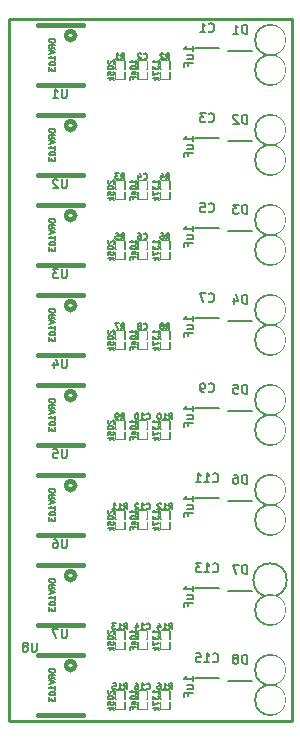
<source format=gbo>
G04 #@! TF.FileFunction,Legend,Bot*
%FSLAX46Y46*%
G04 Gerber Fmt 4.6, Leading zero omitted, Abs format (unit mm)*
G04 Created by KiCad (PCBNEW 0.201506082246+5724~23~ubuntu14.04.1-product) date Wed 10 Jun 2015 10:15:59 AM EDT*
%MOMM*%
G01*
G04 APERTURE LIST*
%ADD10C,0.100000*%
%ADD11C,0.200000*%
%ADD12C,0.228600*%
%ADD13C,0.127000*%
%ADD14C,0.381000*%
%ADD15C,0.190500*%
%ADD16R,2.000200X1.187400*%
%ADD17C,2.438400*%
%ADD18C,3.048000*%
%ADD19R,0.721360X0.721360*%
%ADD20R,1.701800X0.751840*%
G04 APERTURE END LIST*
D10*
D11*
X48812450Y-83058000D02*
G75*
G03X48812450Y-83058000I-1270000J0D01*
G01*
X48812450Y-80518000D02*
G75*
G03X48812450Y-80518000I-1270000J0D01*
G01*
X48812450Y-75438000D02*
G75*
G03X48812450Y-75438000I-1270000J0D01*
G01*
X48962353Y-72898000D02*
G75*
G03X48962353Y-72898000I-1419903J0D01*
G01*
X48812450Y-67818000D02*
G75*
G03X48812450Y-67818000I-1270000J0D01*
G01*
X48812450Y-65278000D02*
G75*
G03X48812450Y-65278000I-1270000J0D01*
G01*
X48812450Y-60198000D02*
G75*
G03X48812450Y-60198000I-1270000J0D01*
G01*
X48812450Y-57658000D02*
G75*
G03X48812450Y-57658000I-1270000J0D01*
G01*
X48812450Y-52578000D02*
G75*
G03X48812450Y-52578000I-1270000J0D01*
G01*
X48812450Y-50038000D02*
G75*
G03X48812450Y-50038000I-1270000J0D01*
G01*
X48812450Y-44958000D02*
G75*
G03X48812450Y-44958000I-1270000J0D01*
G01*
X48812450Y-42418000D02*
G75*
G03X48812450Y-42418000I-1270000J0D01*
G01*
X48812450Y-37338000D02*
G75*
G03X48812450Y-37338000I-1270000J0D01*
G01*
X48812450Y-34798000D02*
G75*
G03X48812450Y-34798000I-1270000J0D01*
G01*
X48812450Y-29718000D02*
G75*
G03X48812450Y-29718000I-1270000J0D01*
G01*
X48812450Y-27178000D02*
G75*
G03X48812450Y-27178000I-1270000J0D01*
G01*
D12*
X25400000Y-84836000D02*
X49364900Y-84836000D01*
X49364900Y-25400000D02*
X49364900Y-84836000D01*
X25400000Y-25400000D02*
X25400000Y-84836000D01*
X25400000Y-25400000D02*
X49364900Y-25400000D01*
D13*
X43986400Y-28067000D02*
X46018400Y-28067000D01*
X44113400Y-27813000D02*
X44113400Y-26924000D01*
X44113400Y-26924000D02*
X45891400Y-26924000D01*
X45891400Y-26924000D02*
X45891400Y-27813000D01*
X44113400Y-29083000D02*
X44113400Y-29972000D01*
X44113400Y-29972000D02*
X45891400Y-29972000D01*
X45891400Y-29972000D02*
X45891400Y-29083000D01*
X43986400Y-35687000D02*
X46018400Y-35687000D01*
X44113400Y-35433000D02*
X44113400Y-34544000D01*
X44113400Y-34544000D02*
X45891400Y-34544000D01*
X45891400Y-34544000D02*
X45891400Y-35433000D01*
X44113400Y-36703000D02*
X44113400Y-37592000D01*
X44113400Y-37592000D02*
X45891400Y-37592000D01*
X45891400Y-37592000D02*
X45891400Y-36703000D01*
X43986400Y-43307000D02*
X46018400Y-43307000D01*
X44113400Y-43053000D02*
X44113400Y-42164000D01*
X44113400Y-42164000D02*
X45891400Y-42164000D01*
X45891400Y-42164000D02*
X45891400Y-43053000D01*
X44113400Y-44323000D02*
X44113400Y-45212000D01*
X44113400Y-45212000D02*
X45891400Y-45212000D01*
X45891400Y-45212000D02*
X45891400Y-44323000D01*
X43986400Y-50927000D02*
X46018400Y-50927000D01*
X44113400Y-50673000D02*
X44113400Y-49784000D01*
X44113400Y-49784000D02*
X45891400Y-49784000D01*
X45891400Y-49784000D02*
X45891400Y-50673000D01*
X44113400Y-51943000D02*
X44113400Y-52832000D01*
X44113400Y-52832000D02*
X45891400Y-52832000D01*
X45891400Y-52832000D02*
X45891400Y-51943000D01*
X43986400Y-58547000D02*
X46018400Y-58547000D01*
X44113400Y-58293000D02*
X44113400Y-57404000D01*
X44113400Y-57404000D02*
X45891400Y-57404000D01*
X45891400Y-57404000D02*
X45891400Y-58293000D01*
X44113400Y-59563000D02*
X44113400Y-60452000D01*
X44113400Y-60452000D02*
X45891400Y-60452000D01*
X45891400Y-60452000D02*
X45891400Y-59563000D01*
X43986400Y-66167000D02*
X46018400Y-66167000D01*
X44113400Y-65913000D02*
X44113400Y-65024000D01*
X44113400Y-65024000D02*
X45891400Y-65024000D01*
X45891400Y-65024000D02*
X45891400Y-65913000D01*
X44113400Y-67183000D02*
X44113400Y-68072000D01*
X44113400Y-68072000D02*
X45891400Y-68072000D01*
X45891400Y-68072000D02*
X45891400Y-67183000D01*
X43986400Y-73787000D02*
X46018400Y-73787000D01*
X44113400Y-73533000D02*
X44113400Y-72644000D01*
X44113400Y-72644000D02*
X45891400Y-72644000D01*
X45891400Y-72644000D02*
X45891400Y-73533000D01*
X44113400Y-74803000D02*
X44113400Y-75692000D01*
X44113400Y-75692000D02*
X45891400Y-75692000D01*
X45891400Y-75692000D02*
X45891400Y-74803000D01*
X43986400Y-81407000D02*
X46018400Y-81407000D01*
X44113400Y-81153000D02*
X44113400Y-80264000D01*
X44113400Y-80264000D02*
X45891400Y-80264000D01*
X45891400Y-80264000D02*
X45891400Y-81153000D01*
X44113400Y-82423000D02*
X44113400Y-83312000D01*
X44113400Y-83312000D02*
X45891400Y-83312000D01*
X45891400Y-83312000D02*
X45891400Y-82423000D01*
X36366400Y-29591000D02*
X36366400Y-28956000D01*
X36366400Y-28956000D02*
X37128400Y-28956000D01*
X37128400Y-28956000D02*
X37128400Y-29591000D01*
X36366400Y-29845000D02*
X36366400Y-30480000D01*
X36366400Y-30480000D02*
X37128400Y-30480000D01*
X37128400Y-30480000D02*
X37128400Y-29845000D01*
X36366400Y-39751000D02*
X36366400Y-39116000D01*
X36366400Y-39116000D02*
X37128400Y-39116000D01*
X37128400Y-39116000D02*
X37128400Y-39751000D01*
X36366400Y-40005000D02*
X36366400Y-40640000D01*
X36366400Y-40640000D02*
X37128400Y-40640000D01*
X37128400Y-40640000D02*
X37128400Y-40005000D01*
X36366400Y-44831000D02*
X36366400Y-44196000D01*
X36366400Y-44196000D02*
X37128400Y-44196000D01*
X37128400Y-44196000D02*
X37128400Y-44831000D01*
X36366400Y-45085000D02*
X36366400Y-45720000D01*
X36366400Y-45720000D02*
X37128400Y-45720000D01*
X37128400Y-45720000D02*
X37128400Y-45085000D01*
X36366400Y-52451000D02*
X36366400Y-51816000D01*
X36366400Y-51816000D02*
X37128400Y-51816000D01*
X37128400Y-51816000D02*
X37128400Y-52451000D01*
X36366400Y-52705000D02*
X36366400Y-53340000D01*
X36366400Y-53340000D02*
X37128400Y-53340000D01*
X37128400Y-53340000D02*
X37128400Y-52705000D01*
X36366400Y-60071000D02*
X36366400Y-59436000D01*
X36366400Y-59436000D02*
X37128400Y-59436000D01*
X37128400Y-59436000D02*
X37128400Y-60071000D01*
X36366400Y-60325000D02*
X36366400Y-60960000D01*
X36366400Y-60960000D02*
X37128400Y-60960000D01*
X37128400Y-60960000D02*
X37128400Y-60325000D01*
X36366400Y-67691000D02*
X36366400Y-67056000D01*
X36366400Y-67056000D02*
X37128400Y-67056000D01*
X37128400Y-67056000D02*
X37128400Y-67691000D01*
X36366400Y-67945000D02*
X36366400Y-68580000D01*
X36366400Y-68580000D02*
X37128400Y-68580000D01*
X37128400Y-68580000D02*
X37128400Y-67945000D01*
X36366400Y-77851000D02*
X36366400Y-77216000D01*
X36366400Y-77216000D02*
X37128400Y-77216000D01*
X37128400Y-77216000D02*
X37128400Y-77851000D01*
X36366400Y-78105000D02*
X36366400Y-78740000D01*
X36366400Y-78740000D02*
X37128400Y-78740000D01*
X37128400Y-78740000D02*
X37128400Y-78105000D01*
X36366400Y-82931000D02*
X36366400Y-82296000D01*
X36366400Y-82296000D02*
X37128400Y-82296000D01*
X37128400Y-82296000D02*
X37128400Y-82931000D01*
X36366400Y-83185000D02*
X36366400Y-83820000D01*
X36366400Y-83820000D02*
X37128400Y-83820000D01*
X37128400Y-83820000D02*
X37128400Y-83185000D01*
X34461400Y-29591000D02*
X34461400Y-28956000D01*
X34461400Y-28956000D02*
X35223400Y-28956000D01*
X35223400Y-28956000D02*
X35223400Y-29591000D01*
X34461400Y-29845000D02*
X34461400Y-30480000D01*
X34461400Y-30480000D02*
X35223400Y-30480000D01*
X35223400Y-30480000D02*
X35223400Y-29845000D01*
X38271400Y-29591000D02*
X38271400Y-28956000D01*
X38271400Y-28956000D02*
X39033400Y-28956000D01*
X39033400Y-28956000D02*
X39033400Y-29591000D01*
X38271400Y-29845000D02*
X38271400Y-30480000D01*
X38271400Y-30480000D02*
X39033400Y-30480000D01*
X39033400Y-30480000D02*
X39033400Y-29845000D01*
X34461400Y-39751000D02*
X34461400Y-39116000D01*
X34461400Y-39116000D02*
X35223400Y-39116000D01*
X35223400Y-39116000D02*
X35223400Y-39751000D01*
X34461400Y-40005000D02*
X34461400Y-40640000D01*
X34461400Y-40640000D02*
X35223400Y-40640000D01*
X35223400Y-40640000D02*
X35223400Y-40005000D01*
X38271400Y-39751000D02*
X38271400Y-39116000D01*
X38271400Y-39116000D02*
X39033400Y-39116000D01*
X39033400Y-39116000D02*
X39033400Y-39751000D01*
X38271400Y-40005000D02*
X38271400Y-40640000D01*
X38271400Y-40640000D02*
X39033400Y-40640000D01*
X39033400Y-40640000D02*
X39033400Y-40005000D01*
X34461400Y-44831000D02*
X34461400Y-44196000D01*
X34461400Y-44196000D02*
X35223400Y-44196000D01*
X35223400Y-44196000D02*
X35223400Y-44831000D01*
X34461400Y-45085000D02*
X34461400Y-45720000D01*
X34461400Y-45720000D02*
X35223400Y-45720000D01*
X35223400Y-45720000D02*
X35223400Y-45085000D01*
X38271400Y-44831000D02*
X38271400Y-44196000D01*
X38271400Y-44196000D02*
X39033400Y-44196000D01*
X39033400Y-44196000D02*
X39033400Y-44831000D01*
X38271400Y-45085000D02*
X38271400Y-45720000D01*
X38271400Y-45720000D02*
X39033400Y-45720000D01*
X39033400Y-45720000D02*
X39033400Y-45085000D01*
X34461400Y-52451000D02*
X34461400Y-51816000D01*
X34461400Y-51816000D02*
X35223400Y-51816000D01*
X35223400Y-51816000D02*
X35223400Y-52451000D01*
X34461400Y-52705000D02*
X34461400Y-53340000D01*
X34461400Y-53340000D02*
X35223400Y-53340000D01*
X35223400Y-53340000D02*
X35223400Y-52705000D01*
X38271400Y-52451000D02*
X38271400Y-51816000D01*
X38271400Y-51816000D02*
X39033400Y-51816000D01*
X39033400Y-51816000D02*
X39033400Y-52451000D01*
X38271400Y-52705000D02*
X38271400Y-53340000D01*
X38271400Y-53340000D02*
X39033400Y-53340000D01*
X39033400Y-53340000D02*
X39033400Y-52705000D01*
X34461400Y-60071000D02*
X34461400Y-59436000D01*
X34461400Y-59436000D02*
X35223400Y-59436000D01*
X35223400Y-59436000D02*
X35223400Y-60071000D01*
X34461400Y-60325000D02*
X34461400Y-60960000D01*
X34461400Y-60960000D02*
X35223400Y-60960000D01*
X35223400Y-60960000D02*
X35223400Y-60325000D01*
X38271400Y-60071000D02*
X38271400Y-59436000D01*
X38271400Y-59436000D02*
X39033400Y-59436000D01*
X39033400Y-59436000D02*
X39033400Y-60071000D01*
X38271400Y-60325000D02*
X38271400Y-60960000D01*
X38271400Y-60960000D02*
X39033400Y-60960000D01*
X39033400Y-60960000D02*
X39033400Y-60325000D01*
X34461400Y-67691000D02*
X34461400Y-67056000D01*
X34461400Y-67056000D02*
X35223400Y-67056000D01*
X35223400Y-67056000D02*
X35223400Y-67691000D01*
X34461400Y-67945000D02*
X34461400Y-68580000D01*
X34461400Y-68580000D02*
X35223400Y-68580000D01*
X35223400Y-68580000D02*
X35223400Y-67945000D01*
X38271400Y-67691000D02*
X38271400Y-67056000D01*
X38271400Y-67056000D02*
X39033400Y-67056000D01*
X39033400Y-67056000D02*
X39033400Y-67691000D01*
X38271400Y-67945000D02*
X38271400Y-68580000D01*
X38271400Y-68580000D02*
X39033400Y-68580000D01*
X39033400Y-68580000D02*
X39033400Y-67945000D01*
X34461400Y-77851000D02*
X34461400Y-77216000D01*
X34461400Y-77216000D02*
X35223400Y-77216000D01*
X35223400Y-77216000D02*
X35223400Y-77851000D01*
X34461400Y-78105000D02*
X34461400Y-78740000D01*
X34461400Y-78740000D02*
X35223400Y-78740000D01*
X35223400Y-78740000D02*
X35223400Y-78105000D01*
X38271400Y-77851000D02*
X38271400Y-77216000D01*
X38271400Y-77216000D02*
X39033400Y-77216000D01*
X39033400Y-77216000D02*
X39033400Y-77851000D01*
X38271400Y-78105000D02*
X38271400Y-78740000D01*
X38271400Y-78740000D02*
X39033400Y-78740000D01*
X39033400Y-78740000D02*
X39033400Y-78105000D01*
X34461400Y-82931000D02*
X34461400Y-82296000D01*
X34461400Y-82296000D02*
X35223400Y-82296000D01*
X35223400Y-82296000D02*
X35223400Y-82931000D01*
X34461400Y-83185000D02*
X34461400Y-83820000D01*
X34461400Y-83820000D02*
X35223400Y-83820000D01*
X35223400Y-83820000D02*
X35223400Y-83185000D01*
X38271400Y-82931000D02*
X38271400Y-82296000D01*
X38271400Y-82296000D02*
X39033400Y-82296000D01*
X39033400Y-82296000D02*
X39033400Y-82931000D01*
X38271400Y-83185000D02*
X38271400Y-83820000D01*
X38271400Y-83820000D02*
X39033400Y-83820000D01*
X39033400Y-83820000D02*
X39033400Y-83185000D01*
D14*
X31032500Y-26797000D02*
G75*
G03X31032500Y-26797000I-381000J0D01*
G01*
X27857500Y-25908000D02*
X31667500Y-25908000D01*
X27857500Y-30988000D02*
X31667500Y-30988000D01*
X31032500Y-34417000D02*
G75*
G03X31032500Y-34417000I-381000J0D01*
G01*
X27857500Y-33528000D02*
X31667500Y-33528000D01*
X27857500Y-38608000D02*
X31667500Y-38608000D01*
X31032500Y-42037000D02*
G75*
G03X31032500Y-42037000I-381000J0D01*
G01*
X27857500Y-41148000D02*
X31667500Y-41148000D01*
X27857500Y-46228000D02*
X31667500Y-46228000D01*
X31032500Y-49657000D02*
G75*
G03X31032500Y-49657000I-381000J0D01*
G01*
X27857500Y-48768000D02*
X31667500Y-48768000D01*
X27857500Y-53848000D02*
X31667500Y-53848000D01*
X31032500Y-57277000D02*
G75*
G03X31032500Y-57277000I-381000J0D01*
G01*
X27857500Y-56388000D02*
X31667500Y-56388000D01*
X27857500Y-61468000D02*
X31667500Y-61468000D01*
X31032500Y-64897000D02*
G75*
G03X31032500Y-64897000I-381000J0D01*
G01*
X27857500Y-64008000D02*
X31667500Y-64008000D01*
X27857500Y-69088000D02*
X31667500Y-69088000D01*
X31032500Y-72517000D02*
G75*
G03X31032500Y-72517000I-381000J0D01*
G01*
X27857500Y-71628000D02*
X31667500Y-71628000D01*
X27857500Y-76708000D02*
X31667500Y-76708000D01*
X31032500Y-80137000D02*
G75*
G03X31032500Y-80137000I-381000J0D01*
G01*
X27857500Y-79248000D02*
X31667500Y-79248000D01*
X27857500Y-84328000D02*
X31667500Y-84328000D01*
D13*
X41192400Y-27813000D02*
X43224400Y-27813000D01*
X41319400Y-27559000D02*
X41319400Y-26670000D01*
X41319400Y-26670000D02*
X43097400Y-26670000D01*
X43097400Y-26670000D02*
X43097400Y-27559000D01*
X41319400Y-29337000D02*
X41319400Y-30226000D01*
X41319400Y-30226000D02*
X43097400Y-30226000D01*
X43097400Y-30226000D02*
X43097400Y-29337000D01*
X41192400Y-35433000D02*
X43224400Y-35433000D01*
X41319400Y-35179000D02*
X41319400Y-34290000D01*
X41319400Y-34290000D02*
X43097400Y-34290000D01*
X43097400Y-34290000D02*
X43097400Y-35179000D01*
X41319400Y-36957000D02*
X41319400Y-37846000D01*
X41319400Y-37846000D02*
X43097400Y-37846000D01*
X43097400Y-37846000D02*
X43097400Y-36957000D01*
X41192400Y-43053000D02*
X43224400Y-43053000D01*
X41319400Y-42799000D02*
X41319400Y-41910000D01*
X41319400Y-41910000D02*
X43097400Y-41910000D01*
X43097400Y-41910000D02*
X43097400Y-42799000D01*
X41319400Y-44577000D02*
X41319400Y-45466000D01*
X41319400Y-45466000D02*
X43097400Y-45466000D01*
X43097400Y-45466000D02*
X43097400Y-44577000D01*
X41192400Y-50673000D02*
X43224400Y-50673000D01*
X41319400Y-50419000D02*
X41319400Y-49530000D01*
X41319400Y-49530000D02*
X43097400Y-49530000D01*
X43097400Y-49530000D02*
X43097400Y-50419000D01*
X41319400Y-52197000D02*
X41319400Y-53086000D01*
X41319400Y-53086000D02*
X43097400Y-53086000D01*
X43097400Y-53086000D02*
X43097400Y-52197000D01*
X41192400Y-58293000D02*
X43224400Y-58293000D01*
X41319400Y-58039000D02*
X41319400Y-57150000D01*
X41319400Y-57150000D02*
X43097400Y-57150000D01*
X43097400Y-57150000D02*
X43097400Y-58039000D01*
X41319400Y-59817000D02*
X41319400Y-60706000D01*
X41319400Y-60706000D02*
X43097400Y-60706000D01*
X43097400Y-60706000D02*
X43097400Y-59817000D01*
X41192400Y-65913000D02*
X43224400Y-65913000D01*
X41319400Y-65659000D02*
X41319400Y-64770000D01*
X41319400Y-64770000D02*
X43097400Y-64770000D01*
X43097400Y-64770000D02*
X43097400Y-65659000D01*
X41319400Y-67437000D02*
X41319400Y-68326000D01*
X41319400Y-68326000D02*
X43097400Y-68326000D01*
X43097400Y-68326000D02*
X43097400Y-67437000D01*
X41192400Y-73533000D02*
X43224400Y-73533000D01*
X41319400Y-73279000D02*
X41319400Y-72390000D01*
X41319400Y-72390000D02*
X43097400Y-72390000D01*
X43097400Y-72390000D02*
X43097400Y-73279000D01*
X41319400Y-75057000D02*
X41319400Y-75946000D01*
X41319400Y-75946000D02*
X43097400Y-75946000D01*
X43097400Y-75946000D02*
X43097400Y-75057000D01*
X41192400Y-81153000D02*
X43224400Y-81153000D01*
X41319400Y-80899000D02*
X41319400Y-80010000D01*
X41319400Y-80010000D02*
X43097400Y-80010000D01*
X43097400Y-80010000D02*
X43097400Y-80899000D01*
X41319400Y-82677000D02*
X41319400Y-83566000D01*
X41319400Y-83566000D02*
X43097400Y-83566000D01*
X43097400Y-83566000D02*
X43097400Y-82677000D01*
D15*
X45564828Y-26633714D02*
X45564828Y-25871714D01*
X45383400Y-25871714D01*
X45274543Y-25908000D01*
X45201971Y-25980571D01*
X45165686Y-26053143D01*
X45129400Y-26198286D01*
X45129400Y-26307143D01*
X45165686Y-26452286D01*
X45201971Y-26524857D01*
X45274543Y-26597429D01*
X45383400Y-26633714D01*
X45564828Y-26633714D01*
X44403686Y-26633714D02*
X44839114Y-26633714D01*
X44621400Y-26633714D02*
X44621400Y-25871714D01*
X44693971Y-25980571D01*
X44766543Y-26053143D01*
X44839114Y-26089429D01*
X45564828Y-34253714D02*
X45564828Y-33491714D01*
X45383400Y-33491714D01*
X45274543Y-33528000D01*
X45201971Y-33600571D01*
X45165686Y-33673143D01*
X45129400Y-33818286D01*
X45129400Y-33927143D01*
X45165686Y-34072286D01*
X45201971Y-34144857D01*
X45274543Y-34217429D01*
X45383400Y-34253714D01*
X45564828Y-34253714D01*
X44839114Y-33564286D02*
X44802828Y-33528000D01*
X44730257Y-33491714D01*
X44548828Y-33491714D01*
X44476257Y-33528000D01*
X44439971Y-33564286D01*
X44403686Y-33636857D01*
X44403686Y-33709429D01*
X44439971Y-33818286D01*
X44875400Y-34253714D01*
X44403686Y-34253714D01*
X45564828Y-41873714D02*
X45564828Y-41111714D01*
X45383400Y-41111714D01*
X45274543Y-41148000D01*
X45201971Y-41220571D01*
X45165686Y-41293143D01*
X45129400Y-41438286D01*
X45129400Y-41547143D01*
X45165686Y-41692286D01*
X45201971Y-41764857D01*
X45274543Y-41837429D01*
X45383400Y-41873714D01*
X45564828Y-41873714D01*
X44875400Y-41111714D02*
X44403686Y-41111714D01*
X44657686Y-41402000D01*
X44548828Y-41402000D01*
X44476257Y-41438286D01*
X44439971Y-41474571D01*
X44403686Y-41547143D01*
X44403686Y-41728571D01*
X44439971Y-41801143D01*
X44476257Y-41837429D01*
X44548828Y-41873714D01*
X44766543Y-41873714D01*
X44839114Y-41837429D01*
X44875400Y-41801143D01*
X45564828Y-49493714D02*
X45564828Y-48731714D01*
X45383400Y-48731714D01*
X45274543Y-48768000D01*
X45201971Y-48840571D01*
X45165686Y-48913143D01*
X45129400Y-49058286D01*
X45129400Y-49167143D01*
X45165686Y-49312286D01*
X45201971Y-49384857D01*
X45274543Y-49457429D01*
X45383400Y-49493714D01*
X45564828Y-49493714D01*
X44476257Y-48985714D02*
X44476257Y-49493714D01*
X44657686Y-48695429D02*
X44839114Y-49239714D01*
X44367400Y-49239714D01*
X45564828Y-57113714D02*
X45564828Y-56351714D01*
X45383400Y-56351714D01*
X45274543Y-56388000D01*
X45201971Y-56460571D01*
X45165686Y-56533143D01*
X45129400Y-56678286D01*
X45129400Y-56787143D01*
X45165686Y-56932286D01*
X45201971Y-57004857D01*
X45274543Y-57077429D01*
X45383400Y-57113714D01*
X45564828Y-57113714D01*
X44439971Y-56351714D02*
X44802828Y-56351714D01*
X44839114Y-56714571D01*
X44802828Y-56678286D01*
X44730257Y-56642000D01*
X44548828Y-56642000D01*
X44476257Y-56678286D01*
X44439971Y-56714571D01*
X44403686Y-56787143D01*
X44403686Y-56968571D01*
X44439971Y-57041143D01*
X44476257Y-57077429D01*
X44548828Y-57113714D01*
X44730257Y-57113714D01*
X44802828Y-57077429D01*
X44839114Y-57041143D01*
X45564828Y-64733714D02*
X45564828Y-63971714D01*
X45383400Y-63971714D01*
X45274543Y-64008000D01*
X45201971Y-64080571D01*
X45165686Y-64153143D01*
X45129400Y-64298286D01*
X45129400Y-64407143D01*
X45165686Y-64552286D01*
X45201971Y-64624857D01*
X45274543Y-64697429D01*
X45383400Y-64733714D01*
X45564828Y-64733714D01*
X44476257Y-63971714D02*
X44621400Y-63971714D01*
X44693971Y-64008000D01*
X44730257Y-64044286D01*
X44802828Y-64153143D01*
X44839114Y-64298286D01*
X44839114Y-64588571D01*
X44802828Y-64661143D01*
X44766543Y-64697429D01*
X44693971Y-64733714D01*
X44548828Y-64733714D01*
X44476257Y-64697429D01*
X44439971Y-64661143D01*
X44403686Y-64588571D01*
X44403686Y-64407143D01*
X44439971Y-64334571D01*
X44476257Y-64298286D01*
X44548828Y-64262000D01*
X44693971Y-64262000D01*
X44766543Y-64298286D01*
X44802828Y-64334571D01*
X44839114Y-64407143D01*
X45564828Y-72353714D02*
X45564828Y-71591714D01*
X45383400Y-71591714D01*
X45274543Y-71628000D01*
X45201971Y-71700571D01*
X45165686Y-71773143D01*
X45129400Y-71918286D01*
X45129400Y-72027143D01*
X45165686Y-72172286D01*
X45201971Y-72244857D01*
X45274543Y-72317429D01*
X45383400Y-72353714D01*
X45564828Y-72353714D01*
X44875400Y-71591714D02*
X44367400Y-71591714D01*
X44693971Y-72353714D01*
X45564828Y-79973714D02*
X45564828Y-79211714D01*
X45383400Y-79211714D01*
X45274543Y-79248000D01*
X45201971Y-79320571D01*
X45165686Y-79393143D01*
X45129400Y-79538286D01*
X45129400Y-79647143D01*
X45165686Y-79792286D01*
X45201971Y-79864857D01*
X45274543Y-79937429D01*
X45383400Y-79973714D01*
X45564828Y-79973714D01*
X44693971Y-79538286D02*
X44766543Y-79502000D01*
X44802828Y-79465714D01*
X44839114Y-79393143D01*
X44839114Y-79356857D01*
X44802828Y-79284286D01*
X44766543Y-79248000D01*
X44693971Y-79211714D01*
X44548828Y-79211714D01*
X44476257Y-79248000D01*
X44439971Y-79284286D01*
X44403686Y-79356857D01*
X44403686Y-79393143D01*
X44439971Y-79465714D01*
X44476257Y-79502000D01*
X44548828Y-79538286D01*
X44693971Y-79538286D01*
X44766543Y-79574571D01*
X44802828Y-79610857D01*
X44839114Y-79683429D01*
X44839114Y-79828571D01*
X44802828Y-79901143D01*
X44766543Y-79937429D01*
X44693971Y-79973714D01*
X44548828Y-79973714D01*
X44476257Y-79937429D01*
X44439971Y-79901143D01*
X44403686Y-79828571D01*
X44403686Y-79683429D01*
X44439971Y-79610857D01*
X44476257Y-79574571D01*
X44548828Y-79538286D01*
D13*
X36832067Y-28756429D02*
X36856257Y-28780619D01*
X36928829Y-28804810D01*
X36977210Y-28804810D01*
X37049781Y-28780619D01*
X37098162Y-28732238D01*
X37122353Y-28683857D01*
X37146543Y-28587095D01*
X37146543Y-28514524D01*
X37122353Y-28417762D01*
X37098162Y-28369381D01*
X37049781Y-28321000D01*
X36977210Y-28296810D01*
X36928829Y-28296810D01*
X36856257Y-28321000D01*
X36832067Y-28345190D01*
X36638543Y-28345190D02*
X36614353Y-28321000D01*
X36565972Y-28296810D01*
X36445019Y-28296810D01*
X36396638Y-28321000D01*
X36372448Y-28345190D01*
X36348257Y-28393571D01*
X36348257Y-28441952D01*
X36372448Y-28514524D01*
X36662734Y-28804810D01*
X36348257Y-28804810D01*
X36215210Y-29173714D02*
X36215210Y-28883428D01*
X36215210Y-29028571D02*
X35707210Y-29028571D01*
X35779781Y-28980190D01*
X35828162Y-28931809D01*
X35852352Y-28883428D01*
X35707210Y-29488190D02*
X35707210Y-29536571D01*
X35731400Y-29584952D01*
X35755590Y-29609143D01*
X35803971Y-29633333D01*
X35900733Y-29657524D01*
X36021686Y-29657524D01*
X36118448Y-29633333D01*
X36166829Y-29609143D01*
X36191019Y-29584952D01*
X36215210Y-29536571D01*
X36215210Y-29488190D01*
X36191019Y-29439809D01*
X36166829Y-29415619D01*
X36118448Y-29391428D01*
X36021686Y-29367238D01*
X35900733Y-29367238D01*
X35803971Y-29391428D01*
X35755590Y-29415619D01*
X35731400Y-29439809D01*
X35707210Y-29488190D01*
X35876543Y-29875238D02*
X36215210Y-29875238D01*
X35924924Y-29875238D02*
X35900733Y-29899429D01*
X35876543Y-29947810D01*
X35876543Y-30020381D01*
X35900733Y-30068762D01*
X35949114Y-30092953D01*
X36215210Y-30092953D01*
X35949114Y-30504191D02*
X35949114Y-30334857D01*
X36215210Y-30334857D02*
X35707210Y-30334857D01*
X35707210Y-30576762D01*
X36832067Y-38916429D02*
X36856257Y-38940619D01*
X36928829Y-38964810D01*
X36977210Y-38964810D01*
X37049781Y-38940619D01*
X37098162Y-38892238D01*
X37122353Y-38843857D01*
X37146543Y-38747095D01*
X37146543Y-38674524D01*
X37122353Y-38577762D01*
X37098162Y-38529381D01*
X37049781Y-38481000D01*
X36977210Y-38456810D01*
X36928829Y-38456810D01*
X36856257Y-38481000D01*
X36832067Y-38505190D01*
X36396638Y-38626143D02*
X36396638Y-38964810D01*
X36517591Y-38432619D02*
X36638543Y-38795476D01*
X36324067Y-38795476D01*
X36215210Y-39333714D02*
X36215210Y-39043428D01*
X36215210Y-39188571D02*
X35707210Y-39188571D01*
X35779781Y-39140190D01*
X35828162Y-39091809D01*
X35852352Y-39043428D01*
X35707210Y-39648190D02*
X35707210Y-39696571D01*
X35731400Y-39744952D01*
X35755590Y-39769143D01*
X35803971Y-39793333D01*
X35900733Y-39817524D01*
X36021686Y-39817524D01*
X36118448Y-39793333D01*
X36166829Y-39769143D01*
X36191019Y-39744952D01*
X36215210Y-39696571D01*
X36215210Y-39648190D01*
X36191019Y-39599809D01*
X36166829Y-39575619D01*
X36118448Y-39551428D01*
X36021686Y-39527238D01*
X35900733Y-39527238D01*
X35803971Y-39551428D01*
X35755590Y-39575619D01*
X35731400Y-39599809D01*
X35707210Y-39648190D01*
X35876543Y-40035238D02*
X36215210Y-40035238D01*
X35924924Y-40035238D02*
X35900733Y-40059429D01*
X35876543Y-40107810D01*
X35876543Y-40180381D01*
X35900733Y-40228762D01*
X35949114Y-40252953D01*
X36215210Y-40252953D01*
X35949114Y-40664191D02*
X35949114Y-40494857D01*
X36215210Y-40494857D02*
X35707210Y-40494857D01*
X35707210Y-40736762D01*
X36832067Y-43996429D02*
X36856257Y-44020619D01*
X36928829Y-44044810D01*
X36977210Y-44044810D01*
X37049781Y-44020619D01*
X37098162Y-43972238D01*
X37122353Y-43923857D01*
X37146543Y-43827095D01*
X37146543Y-43754524D01*
X37122353Y-43657762D01*
X37098162Y-43609381D01*
X37049781Y-43561000D01*
X36977210Y-43536810D01*
X36928829Y-43536810D01*
X36856257Y-43561000D01*
X36832067Y-43585190D01*
X36396638Y-43536810D02*
X36493400Y-43536810D01*
X36541781Y-43561000D01*
X36565972Y-43585190D01*
X36614353Y-43657762D01*
X36638543Y-43754524D01*
X36638543Y-43948048D01*
X36614353Y-43996429D01*
X36590162Y-44020619D01*
X36541781Y-44044810D01*
X36445019Y-44044810D01*
X36396638Y-44020619D01*
X36372448Y-43996429D01*
X36348257Y-43948048D01*
X36348257Y-43827095D01*
X36372448Y-43778714D01*
X36396638Y-43754524D01*
X36445019Y-43730333D01*
X36541781Y-43730333D01*
X36590162Y-43754524D01*
X36614353Y-43778714D01*
X36638543Y-43827095D01*
X36215210Y-44413714D02*
X36215210Y-44123428D01*
X36215210Y-44268571D02*
X35707210Y-44268571D01*
X35779781Y-44220190D01*
X35828162Y-44171809D01*
X35852352Y-44123428D01*
X35707210Y-44728190D02*
X35707210Y-44776571D01*
X35731400Y-44824952D01*
X35755590Y-44849143D01*
X35803971Y-44873333D01*
X35900733Y-44897524D01*
X36021686Y-44897524D01*
X36118448Y-44873333D01*
X36166829Y-44849143D01*
X36191019Y-44824952D01*
X36215210Y-44776571D01*
X36215210Y-44728190D01*
X36191019Y-44679809D01*
X36166829Y-44655619D01*
X36118448Y-44631428D01*
X36021686Y-44607238D01*
X35900733Y-44607238D01*
X35803971Y-44631428D01*
X35755590Y-44655619D01*
X35731400Y-44679809D01*
X35707210Y-44728190D01*
X35876543Y-45115238D02*
X36215210Y-45115238D01*
X35924924Y-45115238D02*
X35900733Y-45139429D01*
X35876543Y-45187810D01*
X35876543Y-45260381D01*
X35900733Y-45308762D01*
X35949114Y-45332953D01*
X36215210Y-45332953D01*
X35949114Y-45744191D02*
X35949114Y-45574857D01*
X36215210Y-45574857D02*
X35707210Y-45574857D01*
X35707210Y-45816762D01*
X36832067Y-51616429D02*
X36856257Y-51640619D01*
X36928829Y-51664810D01*
X36977210Y-51664810D01*
X37049781Y-51640619D01*
X37098162Y-51592238D01*
X37122353Y-51543857D01*
X37146543Y-51447095D01*
X37146543Y-51374524D01*
X37122353Y-51277762D01*
X37098162Y-51229381D01*
X37049781Y-51181000D01*
X36977210Y-51156810D01*
X36928829Y-51156810D01*
X36856257Y-51181000D01*
X36832067Y-51205190D01*
X36541781Y-51374524D02*
X36590162Y-51350333D01*
X36614353Y-51326143D01*
X36638543Y-51277762D01*
X36638543Y-51253571D01*
X36614353Y-51205190D01*
X36590162Y-51181000D01*
X36541781Y-51156810D01*
X36445019Y-51156810D01*
X36396638Y-51181000D01*
X36372448Y-51205190D01*
X36348257Y-51253571D01*
X36348257Y-51277762D01*
X36372448Y-51326143D01*
X36396638Y-51350333D01*
X36445019Y-51374524D01*
X36541781Y-51374524D01*
X36590162Y-51398714D01*
X36614353Y-51422905D01*
X36638543Y-51471286D01*
X36638543Y-51568048D01*
X36614353Y-51616429D01*
X36590162Y-51640619D01*
X36541781Y-51664810D01*
X36445019Y-51664810D01*
X36396638Y-51640619D01*
X36372448Y-51616429D01*
X36348257Y-51568048D01*
X36348257Y-51471286D01*
X36372448Y-51422905D01*
X36396638Y-51398714D01*
X36445019Y-51374524D01*
X36215210Y-52033714D02*
X36215210Y-51743428D01*
X36215210Y-51888571D02*
X35707210Y-51888571D01*
X35779781Y-51840190D01*
X35828162Y-51791809D01*
X35852352Y-51743428D01*
X35707210Y-52348190D02*
X35707210Y-52396571D01*
X35731400Y-52444952D01*
X35755590Y-52469143D01*
X35803971Y-52493333D01*
X35900733Y-52517524D01*
X36021686Y-52517524D01*
X36118448Y-52493333D01*
X36166829Y-52469143D01*
X36191019Y-52444952D01*
X36215210Y-52396571D01*
X36215210Y-52348190D01*
X36191019Y-52299809D01*
X36166829Y-52275619D01*
X36118448Y-52251428D01*
X36021686Y-52227238D01*
X35900733Y-52227238D01*
X35803971Y-52251428D01*
X35755590Y-52275619D01*
X35731400Y-52299809D01*
X35707210Y-52348190D01*
X35876543Y-52735238D02*
X36215210Y-52735238D01*
X35924924Y-52735238D02*
X35900733Y-52759429D01*
X35876543Y-52807810D01*
X35876543Y-52880381D01*
X35900733Y-52928762D01*
X35949114Y-52952953D01*
X36215210Y-52952953D01*
X35949114Y-53364191D02*
X35949114Y-53194857D01*
X36215210Y-53194857D02*
X35707210Y-53194857D01*
X35707210Y-53436762D01*
X37073972Y-59236429D02*
X37098162Y-59260619D01*
X37170734Y-59284810D01*
X37219115Y-59284810D01*
X37291686Y-59260619D01*
X37340067Y-59212238D01*
X37364258Y-59163857D01*
X37388448Y-59067095D01*
X37388448Y-58994524D01*
X37364258Y-58897762D01*
X37340067Y-58849381D01*
X37291686Y-58801000D01*
X37219115Y-58776810D01*
X37170734Y-58776810D01*
X37098162Y-58801000D01*
X37073972Y-58825190D01*
X36590162Y-59284810D02*
X36880448Y-59284810D01*
X36735305Y-59284810D02*
X36735305Y-58776810D01*
X36783686Y-58849381D01*
X36832067Y-58897762D01*
X36880448Y-58921952D01*
X36275686Y-58776810D02*
X36227305Y-58776810D01*
X36178924Y-58801000D01*
X36154733Y-58825190D01*
X36130543Y-58873571D01*
X36106352Y-58970333D01*
X36106352Y-59091286D01*
X36130543Y-59188048D01*
X36154733Y-59236429D01*
X36178924Y-59260619D01*
X36227305Y-59284810D01*
X36275686Y-59284810D01*
X36324067Y-59260619D01*
X36348257Y-59236429D01*
X36372448Y-59188048D01*
X36396638Y-59091286D01*
X36396638Y-58970333D01*
X36372448Y-58873571D01*
X36348257Y-58825190D01*
X36324067Y-58801000D01*
X36275686Y-58776810D01*
X36215210Y-59653714D02*
X36215210Y-59363428D01*
X36215210Y-59508571D02*
X35707210Y-59508571D01*
X35779781Y-59460190D01*
X35828162Y-59411809D01*
X35852352Y-59363428D01*
X35707210Y-59968190D02*
X35707210Y-60016571D01*
X35731400Y-60064952D01*
X35755590Y-60089143D01*
X35803971Y-60113333D01*
X35900733Y-60137524D01*
X36021686Y-60137524D01*
X36118448Y-60113333D01*
X36166829Y-60089143D01*
X36191019Y-60064952D01*
X36215210Y-60016571D01*
X36215210Y-59968190D01*
X36191019Y-59919809D01*
X36166829Y-59895619D01*
X36118448Y-59871428D01*
X36021686Y-59847238D01*
X35900733Y-59847238D01*
X35803971Y-59871428D01*
X35755590Y-59895619D01*
X35731400Y-59919809D01*
X35707210Y-59968190D01*
X35876543Y-60355238D02*
X36215210Y-60355238D01*
X35924924Y-60355238D02*
X35900733Y-60379429D01*
X35876543Y-60427810D01*
X35876543Y-60500381D01*
X35900733Y-60548762D01*
X35949114Y-60572953D01*
X36215210Y-60572953D01*
X35949114Y-60984191D02*
X35949114Y-60814857D01*
X36215210Y-60814857D02*
X35707210Y-60814857D01*
X35707210Y-61056762D01*
X37073972Y-66856429D02*
X37098162Y-66880619D01*
X37170734Y-66904810D01*
X37219115Y-66904810D01*
X37291686Y-66880619D01*
X37340067Y-66832238D01*
X37364258Y-66783857D01*
X37388448Y-66687095D01*
X37388448Y-66614524D01*
X37364258Y-66517762D01*
X37340067Y-66469381D01*
X37291686Y-66421000D01*
X37219115Y-66396810D01*
X37170734Y-66396810D01*
X37098162Y-66421000D01*
X37073972Y-66445190D01*
X36590162Y-66904810D02*
X36880448Y-66904810D01*
X36735305Y-66904810D02*
X36735305Y-66396810D01*
X36783686Y-66469381D01*
X36832067Y-66517762D01*
X36880448Y-66541952D01*
X36396638Y-66445190D02*
X36372448Y-66421000D01*
X36324067Y-66396810D01*
X36203114Y-66396810D01*
X36154733Y-66421000D01*
X36130543Y-66445190D01*
X36106352Y-66493571D01*
X36106352Y-66541952D01*
X36130543Y-66614524D01*
X36420829Y-66904810D01*
X36106352Y-66904810D01*
X36215210Y-67273714D02*
X36215210Y-66983428D01*
X36215210Y-67128571D02*
X35707210Y-67128571D01*
X35779781Y-67080190D01*
X35828162Y-67031809D01*
X35852352Y-66983428D01*
X35707210Y-67588190D02*
X35707210Y-67636571D01*
X35731400Y-67684952D01*
X35755590Y-67709143D01*
X35803971Y-67733333D01*
X35900733Y-67757524D01*
X36021686Y-67757524D01*
X36118448Y-67733333D01*
X36166829Y-67709143D01*
X36191019Y-67684952D01*
X36215210Y-67636571D01*
X36215210Y-67588190D01*
X36191019Y-67539809D01*
X36166829Y-67515619D01*
X36118448Y-67491428D01*
X36021686Y-67467238D01*
X35900733Y-67467238D01*
X35803971Y-67491428D01*
X35755590Y-67515619D01*
X35731400Y-67539809D01*
X35707210Y-67588190D01*
X35876543Y-67975238D02*
X36215210Y-67975238D01*
X35924924Y-67975238D02*
X35900733Y-67999429D01*
X35876543Y-68047810D01*
X35876543Y-68120381D01*
X35900733Y-68168762D01*
X35949114Y-68192953D01*
X36215210Y-68192953D01*
X35949114Y-68604191D02*
X35949114Y-68434857D01*
X36215210Y-68434857D02*
X35707210Y-68434857D01*
X35707210Y-68676762D01*
X37073972Y-77016429D02*
X37098162Y-77040619D01*
X37170734Y-77064810D01*
X37219115Y-77064810D01*
X37291686Y-77040619D01*
X37340067Y-76992238D01*
X37364258Y-76943857D01*
X37388448Y-76847095D01*
X37388448Y-76774524D01*
X37364258Y-76677762D01*
X37340067Y-76629381D01*
X37291686Y-76581000D01*
X37219115Y-76556810D01*
X37170734Y-76556810D01*
X37098162Y-76581000D01*
X37073972Y-76605190D01*
X36590162Y-77064810D02*
X36880448Y-77064810D01*
X36735305Y-77064810D02*
X36735305Y-76556810D01*
X36783686Y-76629381D01*
X36832067Y-76677762D01*
X36880448Y-76701952D01*
X36154733Y-76726143D02*
X36154733Y-77064810D01*
X36275686Y-76532619D02*
X36396638Y-76895476D01*
X36082162Y-76895476D01*
X36215210Y-77433714D02*
X36215210Y-77143428D01*
X36215210Y-77288571D02*
X35707210Y-77288571D01*
X35779781Y-77240190D01*
X35828162Y-77191809D01*
X35852352Y-77143428D01*
X35707210Y-77748190D02*
X35707210Y-77796571D01*
X35731400Y-77844952D01*
X35755590Y-77869143D01*
X35803971Y-77893333D01*
X35900733Y-77917524D01*
X36021686Y-77917524D01*
X36118448Y-77893333D01*
X36166829Y-77869143D01*
X36191019Y-77844952D01*
X36215210Y-77796571D01*
X36215210Y-77748190D01*
X36191019Y-77699809D01*
X36166829Y-77675619D01*
X36118448Y-77651428D01*
X36021686Y-77627238D01*
X35900733Y-77627238D01*
X35803971Y-77651428D01*
X35755590Y-77675619D01*
X35731400Y-77699809D01*
X35707210Y-77748190D01*
X35876543Y-78135238D02*
X36215210Y-78135238D01*
X35924924Y-78135238D02*
X35900733Y-78159429D01*
X35876543Y-78207810D01*
X35876543Y-78280381D01*
X35900733Y-78328762D01*
X35949114Y-78352953D01*
X36215210Y-78352953D01*
X35949114Y-78764191D02*
X35949114Y-78594857D01*
X36215210Y-78594857D02*
X35707210Y-78594857D01*
X35707210Y-78836762D01*
X37073972Y-82096429D02*
X37098162Y-82120619D01*
X37170734Y-82144810D01*
X37219115Y-82144810D01*
X37291686Y-82120619D01*
X37340067Y-82072238D01*
X37364258Y-82023857D01*
X37388448Y-81927095D01*
X37388448Y-81854524D01*
X37364258Y-81757762D01*
X37340067Y-81709381D01*
X37291686Y-81661000D01*
X37219115Y-81636810D01*
X37170734Y-81636810D01*
X37098162Y-81661000D01*
X37073972Y-81685190D01*
X36590162Y-82144810D02*
X36880448Y-82144810D01*
X36735305Y-82144810D02*
X36735305Y-81636810D01*
X36783686Y-81709381D01*
X36832067Y-81757762D01*
X36880448Y-81781952D01*
X36154733Y-81636810D02*
X36251495Y-81636810D01*
X36299876Y-81661000D01*
X36324067Y-81685190D01*
X36372448Y-81757762D01*
X36396638Y-81854524D01*
X36396638Y-82048048D01*
X36372448Y-82096429D01*
X36348257Y-82120619D01*
X36299876Y-82144810D01*
X36203114Y-82144810D01*
X36154733Y-82120619D01*
X36130543Y-82096429D01*
X36106352Y-82048048D01*
X36106352Y-81927095D01*
X36130543Y-81878714D01*
X36154733Y-81854524D01*
X36203114Y-81830333D01*
X36299876Y-81830333D01*
X36348257Y-81854524D01*
X36372448Y-81878714D01*
X36396638Y-81927095D01*
X36215210Y-82513714D02*
X36215210Y-82223428D01*
X36215210Y-82368571D02*
X35707210Y-82368571D01*
X35779781Y-82320190D01*
X35828162Y-82271809D01*
X35852352Y-82223428D01*
X35707210Y-82828190D02*
X35707210Y-82876571D01*
X35731400Y-82924952D01*
X35755590Y-82949143D01*
X35803971Y-82973333D01*
X35900733Y-82997524D01*
X36021686Y-82997524D01*
X36118448Y-82973333D01*
X36166829Y-82949143D01*
X36191019Y-82924952D01*
X36215210Y-82876571D01*
X36215210Y-82828190D01*
X36191019Y-82779809D01*
X36166829Y-82755619D01*
X36118448Y-82731428D01*
X36021686Y-82707238D01*
X35900733Y-82707238D01*
X35803971Y-82731428D01*
X35755590Y-82755619D01*
X35731400Y-82779809D01*
X35707210Y-82828190D01*
X35876543Y-83215238D02*
X36215210Y-83215238D01*
X35924924Y-83215238D02*
X35900733Y-83239429D01*
X35876543Y-83287810D01*
X35876543Y-83360381D01*
X35900733Y-83408762D01*
X35949114Y-83432953D01*
X36215210Y-83432953D01*
X35949114Y-83844191D02*
X35949114Y-83674857D01*
X36215210Y-83674857D02*
X35707210Y-83674857D01*
X35707210Y-83916762D01*
X34927067Y-28804810D02*
X35096400Y-28562905D01*
X35217353Y-28804810D02*
X35217353Y-28296810D01*
X35023829Y-28296810D01*
X34975448Y-28321000D01*
X34951257Y-28345190D01*
X34927067Y-28393571D01*
X34927067Y-28466143D01*
X34951257Y-28514524D01*
X34975448Y-28538714D01*
X35023829Y-28562905D01*
X35217353Y-28562905D01*
X34443257Y-28804810D02*
X34733543Y-28804810D01*
X34588400Y-28804810D02*
X34588400Y-28296810D01*
X34636781Y-28369381D01*
X34685162Y-28417762D01*
X34733543Y-28441952D01*
X33850590Y-28883428D02*
X33826400Y-28907618D01*
X33802210Y-28955999D01*
X33802210Y-29076952D01*
X33826400Y-29125333D01*
X33850590Y-29149523D01*
X33898971Y-29173714D01*
X33947352Y-29173714D01*
X34019924Y-29149523D01*
X34310210Y-28859237D01*
X34310210Y-29173714D01*
X33802210Y-29488190D02*
X33802210Y-29536571D01*
X33826400Y-29584952D01*
X33850590Y-29609143D01*
X33898971Y-29633333D01*
X33995733Y-29657524D01*
X34116686Y-29657524D01*
X34213448Y-29633333D01*
X34261829Y-29609143D01*
X34286019Y-29584952D01*
X34310210Y-29536571D01*
X34310210Y-29488190D01*
X34286019Y-29439809D01*
X34261829Y-29415619D01*
X34213448Y-29391428D01*
X34116686Y-29367238D01*
X33995733Y-29367238D01*
X33898971Y-29391428D01*
X33850590Y-29415619D01*
X33826400Y-29439809D01*
X33802210Y-29488190D01*
X33802210Y-30117143D02*
X33802210Y-29875238D01*
X34044114Y-29851048D01*
X34019924Y-29875238D01*
X33995733Y-29923619D01*
X33995733Y-30044572D01*
X34019924Y-30092953D01*
X34044114Y-30117143D01*
X34092495Y-30141334D01*
X34213448Y-30141334D01*
X34261829Y-30117143D01*
X34286019Y-30092953D01*
X34310210Y-30044572D01*
X34310210Y-29923619D01*
X34286019Y-29875238D01*
X34261829Y-29851048D01*
X34310210Y-30359048D02*
X33802210Y-30359048D01*
X34116686Y-30407429D02*
X34310210Y-30552572D01*
X33971543Y-30552572D02*
X34165067Y-30359048D01*
X38737067Y-28804810D02*
X38906400Y-28562905D01*
X39027353Y-28804810D02*
X39027353Y-28296810D01*
X38833829Y-28296810D01*
X38785448Y-28321000D01*
X38761257Y-28345190D01*
X38737067Y-28393571D01*
X38737067Y-28466143D01*
X38761257Y-28514524D01*
X38785448Y-28538714D01*
X38833829Y-28562905D01*
X39027353Y-28562905D01*
X38543543Y-28345190D02*
X38519353Y-28321000D01*
X38470972Y-28296810D01*
X38350019Y-28296810D01*
X38301638Y-28321000D01*
X38277448Y-28345190D01*
X38253257Y-28393571D01*
X38253257Y-28441952D01*
X38277448Y-28514524D01*
X38567734Y-28804810D01*
X38253257Y-28804810D01*
X38120210Y-29173714D02*
X38120210Y-28883428D01*
X38120210Y-29028571D02*
X37612210Y-29028571D01*
X37684781Y-28980190D01*
X37733162Y-28931809D01*
X37757352Y-28883428D01*
X37612210Y-29343047D02*
X37612210Y-29657524D01*
X37805733Y-29488190D01*
X37805733Y-29560762D01*
X37829924Y-29609143D01*
X37854114Y-29633333D01*
X37902495Y-29657524D01*
X38023448Y-29657524D01*
X38071829Y-29633333D01*
X38096019Y-29609143D01*
X38120210Y-29560762D01*
X38120210Y-29415619D01*
X38096019Y-29367238D01*
X38071829Y-29343047D01*
X37612210Y-29826857D02*
X37612210Y-30165524D01*
X38120210Y-29947810D01*
X38120210Y-30359048D02*
X37612210Y-30359048D01*
X37926686Y-30407429D02*
X38120210Y-30552572D01*
X37781543Y-30552572D02*
X37975067Y-30359048D01*
X34927067Y-38964810D02*
X35096400Y-38722905D01*
X35217353Y-38964810D02*
X35217353Y-38456810D01*
X35023829Y-38456810D01*
X34975448Y-38481000D01*
X34951257Y-38505190D01*
X34927067Y-38553571D01*
X34927067Y-38626143D01*
X34951257Y-38674524D01*
X34975448Y-38698714D01*
X35023829Y-38722905D01*
X35217353Y-38722905D01*
X34757734Y-38456810D02*
X34443257Y-38456810D01*
X34612591Y-38650333D01*
X34540019Y-38650333D01*
X34491638Y-38674524D01*
X34467448Y-38698714D01*
X34443257Y-38747095D01*
X34443257Y-38868048D01*
X34467448Y-38916429D01*
X34491638Y-38940619D01*
X34540019Y-38964810D01*
X34685162Y-38964810D01*
X34733543Y-38940619D01*
X34757734Y-38916429D01*
X33850590Y-39043428D02*
X33826400Y-39067618D01*
X33802210Y-39115999D01*
X33802210Y-39236952D01*
X33826400Y-39285333D01*
X33850590Y-39309523D01*
X33898971Y-39333714D01*
X33947352Y-39333714D01*
X34019924Y-39309523D01*
X34310210Y-39019237D01*
X34310210Y-39333714D01*
X33802210Y-39648190D02*
X33802210Y-39696571D01*
X33826400Y-39744952D01*
X33850590Y-39769143D01*
X33898971Y-39793333D01*
X33995733Y-39817524D01*
X34116686Y-39817524D01*
X34213448Y-39793333D01*
X34261829Y-39769143D01*
X34286019Y-39744952D01*
X34310210Y-39696571D01*
X34310210Y-39648190D01*
X34286019Y-39599809D01*
X34261829Y-39575619D01*
X34213448Y-39551428D01*
X34116686Y-39527238D01*
X33995733Y-39527238D01*
X33898971Y-39551428D01*
X33850590Y-39575619D01*
X33826400Y-39599809D01*
X33802210Y-39648190D01*
X33802210Y-40277143D02*
X33802210Y-40035238D01*
X34044114Y-40011048D01*
X34019924Y-40035238D01*
X33995733Y-40083619D01*
X33995733Y-40204572D01*
X34019924Y-40252953D01*
X34044114Y-40277143D01*
X34092495Y-40301334D01*
X34213448Y-40301334D01*
X34261829Y-40277143D01*
X34286019Y-40252953D01*
X34310210Y-40204572D01*
X34310210Y-40083619D01*
X34286019Y-40035238D01*
X34261829Y-40011048D01*
X34310210Y-40519048D02*
X33802210Y-40519048D01*
X34116686Y-40567429D02*
X34310210Y-40712572D01*
X33971543Y-40712572D02*
X34165067Y-40519048D01*
X38737067Y-38964810D02*
X38906400Y-38722905D01*
X39027353Y-38964810D02*
X39027353Y-38456810D01*
X38833829Y-38456810D01*
X38785448Y-38481000D01*
X38761257Y-38505190D01*
X38737067Y-38553571D01*
X38737067Y-38626143D01*
X38761257Y-38674524D01*
X38785448Y-38698714D01*
X38833829Y-38722905D01*
X39027353Y-38722905D01*
X38301638Y-38626143D02*
X38301638Y-38964810D01*
X38422591Y-38432619D02*
X38543543Y-38795476D01*
X38229067Y-38795476D01*
X38120210Y-39333714D02*
X38120210Y-39043428D01*
X38120210Y-39188571D02*
X37612210Y-39188571D01*
X37684781Y-39140190D01*
X37733162Y-39091809D01*
X37757352Y-39043428D01*
X37612210Y-39503047D02*
X37612210Y-39817524D01*
X37805733Y-39648190D01*
X37805733Y-39720762D01*
X37829924Y-39769143D01*
X37854114Y-39793333D01*
X37902495Y-39817524D01*
X38023448Y-39817524D01*
X38071829Y-39793333D01*
X38096019Y-39769143D01*
X38120210Y-39720762D01*
X38120210Y-39575619D01*
X38096019Y-39527238D01*
X38071829Y-39503047D01*
X37612210Y-39986857D02*
X37612210Y-40325524D01*
X38120210Y-40107810D01*
X38120210Y-40519048D02*
X37612210Y-40519048D01*
X37926686Y-40567429D02*
X38120210Y-40712572D01*
X37781543Y-40712572D02*
X37975067Y-40519048D01*
X34927067Y-44044810D02*
X35096400Y-43802905D01*
X35217353Y-44044810D02*
X35217353Y-43536810D01*
X35023829Y-43536810D01*
X34975448Y-43561000D01*
X34951257Y-43585190D01*
X34927067Y-43633571D01*
X34927067Y-43706143D01*
X34951257Y-43754524D01*
X34975448Y-43778714D01*
X35023829Y-43802905D01*
X35217353Y-43802905D01*
X34467448Y-43536810D02*
X34709353Y-43536810D01*
X34733543Y-43778714D01*
X34709353Y-43754524D01*
X34660972Y-43730333D01*
X34540019Y-43730333D01*
X34491638Y-43754524D01*
X34467448Y-43778714D01*
X34443257Y-43827095D01*
X34443257Y-43948048D01*
X34467448Y-43996429D01*
X34491638Y-44020619D01*
X34540019Y-44044810D01*
X34660972Y-44044810D01*
X34709353Y-44020619D01*
X34733543Y-43996429D01*
X33850590Y-44123428D02*
X33826400Y-44147618D01*
X33802210Y-44195999D01*
X33802210Y-44316952D01*
X33826400Y-44365333D01*
X33850590Y-44389523D01*
X33898971Y-44413714D01*
X33947352Y-44413714D01*
X34019924Y-44389523D01*
X34310210Y-44099237D01*
X34310210Y-44413714D01*
X33802210Y-44728190D02*
X33802210Y-44776571D01*
X33826400Y-44824952D01*
X33850590Y-44849143D01*
X33898971Y-44873333D01*
X33995733Y-44897524D01*
X34116686Y-44897524D01*
X34213448Y-44873333D01*
X34261829Y-44849143D01*
X34286019Y-44824952D01*
X34310210Y-44776571D01*
X34310210Y-44728190D01*
X34286019Y-44679809D01*
X34261829Y-44655619D01*
X34213448Y-44631428D01*
X34116686Y-44607238D01*
X33995733Y-44607238D01*
X33898971Y-44631428D01*
X33850590Y-44655619D01*
X33826400Y-44679809D01*
X33802210Y-44728190D01*
X33802210Y-45357143D02*
X33802210Y-45115238D01*
X34044114Y-45091048D01*
X34019924Y-45115238D01*
X33995733Y-45163619D01*
X33995733Y-45284572D01*
X34019924Y-45332953D01*
X34044114Y-45357143D01*
X34092495Y-45381334D01*
X34213448Y-45381334D01*
X34261829Y-45357143D01*
X34286019Y-45332953D01*
X34310210Y-45284572D01*
X34310210Y-45163619D01*
X34286019Y-45115238D01*
X34261829Y-45091048D01*
X34310210Y-45599048D02*
X33802210Y-45599048D01*
X34116686Y-45647429D02*
X34310210Y-45792572D01*
X33971543Y-45792572D02*
X34165067Y-45599048D01*
X38737067Y-44044810D02*
X38906400Y-43802905D01*
X39027353Y-44044810D02*
X39027353Y-43536810D01*
X38833829Y-43536810D01*
X38785448Y-43561000D01*
X38761257Y-43585190D01*
X38737067Y-43633571D01*
X38737067Y-43706143D01*
X38761257Y-43754524D01*
X38785448Y-43778714D01*
X38833829Y-43802905D01*
X39027353Y-43802905D01*
X38301638Y-43536810D02*
X38398400Y-43536810D01*
X38446781Y-43561000D01*
X38470972Y-43585190D01*
X38519353Y-43657762D01*
X38543543Y-43754524D01*
X38543543Y-43948048D01*
X38519353Y-43996429D01*
X38495162Y-44020619D01*
X38446781Y-44044810D01*
X38350019Y-44044810D01*
X38301638Y-44020619D01*
X38277448Y-43996429D01*
X38253257Y-43948048D01*
X38253257Y-43827095D01*
X38277448Y-43778714D01*
X38301638Y-43754524D01*
X38350019Y-43730333D01*
X38446781Y-43730333D01*
X38495162Y-43754524D01*
X38519353Y-43778714D01*
X38543543Y-43827095D01*
X38120210Y-44413714D02*
X38120210Y-44123428D01*
X38120210Y-44268571D02*
X37612210Y-44268571D01*
X37684781Y-44220190D01*
X37733162Y-44171809D01*
X37757352Y-44123428D01*
X37612210Y-44583047D02*
X37612210Y-44897524D01*
X37805733Y-44728190D01*
X37805733Y-44800762D01*
X37829924Y-44849143D01*
X37854114Y-44873333D01*
X37902495Y-44897524D01*
X38023448Y-44897524D01*
X38071829Y-44873333D01*
X38096019Y-44849143D01*
X38120210Y-44800762D01*
X38120210Y-44655619D01*
X38096019Y-44607238D01*
X38071829Y-44583047D01*
X37612210Y-45066857D02*
X37612210Y-45405524D01*
X38120210Y-45187810D01*
X38120210Y-45599048D02*
X37612210Y-45599048D01*
X37926686Y-45647429D02*
X38120210Y-45792572D01*
X37781543Y-45792572D02*
X37975067Y-45599048D01*
X34927067Y-51664810D02*
X35096400Y-51422905D01*
X35217353Y-51664810D02*
X35217353Y-51156810D01*
X35023829Y-51156810D01*
X34975448Y-51181000D01*
X34951257Y-51205190D01*
X34927067Y-51253571D01*
X34927067Y-51326143D01*
X34951257Y-51374524D01*
X34975448Y-51398714D01*
X35023829Y-51422905D01*
X35217353Y-51422905D01*
X34757734Y-51156810D02*
X34419067Y-51156810D01*
X34636781Y-51664810D01*
X33850590Y-51743428D02*
X33826400Y-51767618D01*
X33802210Y-51815999D01*
X33802210Y-51936952D01*
X33826400Y-51985333D01*
X33850590Y-52009523D01*
X33898971Y-52033714D01*
X33947352Y-52033714D01*
X34019924Y-52009523D01*
X34310210Y-51719237D01*
X34310210Y-52033714D01*
X33802210Y-52348190D02*
X33802210Y-52396571D01*
X33826400Y-52444952D01*
X33850590Y-52469143D01*
X33898971Y-52493333D01*
X33995733Y-52517524D01*
X34116686Y-52517524D01*
X34213448Y-52493333D01*
X34261829Y-52469143D01*
X34286019Y-52444952D01*
X34310210Y-52396571D01*
X34310210Y-52348190D01*
X34286019Y-52299809D01*
X34261829Y-52275619D01*
X34213448Y-52251428D01*
X34116686Y-52227238D01*
X33995733Y-52227238D01*
X33898971Y-52251428D01*
X33850590Y-52275619D01*
X33826400Y-52299809D01*
X33802210Y-52348190D01*
X33802210Y-52977143D02*
X33802210Y-52735238D01*
X34044114Y-52711048D01*
X34019924Y-52735238D01*
X33995733Y-52783619D01*
X33995733Y-52904572D01*
X34019924Y-52952953D01*
X34044114Y-52977143D01*
X34092495Y-53001334D01*
X34213448Y-53001334D01*
X34261829Y-52977143D01*
X34286019Y-52952953D01*
X34310210Y-52904572D01*
X34310210Y-52783619D01*
X34286019Y-52735238D01*
X34261829Y-52711048D01*
X34310210Y-53219048D02*
X33802210Y-53219048D01*
X34116686Y-53267429D02*
X34310210Y-53412572D01*
X33971543Y-53412572D02*
X34165067Y-53219048D01*
X38737067Y-51664810D02*
X38906400Y-51422905D01*
X39027353Y-51664810D02*
X39027353Y-51156810D01*
X38833829Y-51156810D01*
X38785448Y-51181000D01*
X38761257Y-51205190D01*
X38737067Y-51253571D01*
X38737067Y-51326143D01*
X38761257Y-51374524D01*
X38785448Y-51398714D01*
X38833829Y-51422905D01*
X39027353Y-51422905D01*
X38446781Y-51374524D02*
X38495162Y-51350333D01*
X38519353Y-51326143D01*
X38543543Y-51277762D01*
X38543543Y-51253571D01*
X38519353Y-51205190D01*
X38495162Y-51181000D01*
X38446781Y-51156810D01*
X38350019Y-51156810D01*
X38301638Y-51181000D01*
X38277448Y-51205190D01*
X38253257Y-51253571D01*
X38253257Y-51277762D01*
X38277448Y-51326143D01*
X38301638Y-51350333D01*
X38350019Y-51374524D01*
X38446781Y-51374524D01*
X38495162Y-51398714D01*
X38519353Y-51422905D01*
X38543543Y-51471286D01*
X38543543Y-51568048D01*
X38519353Y-51616429D01*
X38495162Y-51640619D01*
X38446781Y-51664810D01*
X38350019Y-51664810D01*
X38301638Y-51640619D01*
X38277448Y-51616429D01*
X38253257Y-51568048D01*
X38253257Y-51471286D01*
X38277448Y-51422905D01*
X38301638Y-51398714D01*
X38350019Y-51374524D01*
X38120210Y-52033714D02*
X38120210Y-51743428D01*
X38120210Y-51888571D02*
X37612210Y-51888571D01*
X37684781Y-51840190D01*
X37733162Y-51791809D01*
X37757352Y-51743428D01*
X37612210Y-52203047D02*
X37612210Y-52517524D01*
X37805733Y-52348190D01*
X37805733Y-52420762D01*
X37829924Y-52469143D01*
X37854114Y-52493333D01*
X37902495Y-52517524D01*
X38023448Y-52517524D01*
X38071829Y-52493333D01*
X38096019Y-52469143D01*
X38120210Y-52420762D01*
X38120210Y-52275619D01*
X38096019Y-52227238D01*
X38071829Y-52203047D01*
X37612210Y-52686857D02*
X37612210Y-53025524D01*
X38120210Y-52807810D01*
X38120210Y-53219048D02*
X37612210Y-53219048D01*
X37926686Y-53267429D02*
X38120210Y-53412572D01*
X37781543Y-53412572D02*
X37975067Y-53219048D01*
X34927067Y-59284810D02*
X35096400Y-59042905D01*
X35217353Y-59284810D02*
X35217353Y-58776810D01*
X35023829Y-58776810D01*
X34975448Y-58801000D01*
X34951257Y-58825190D01*
X34927067Y-58873571D01*
X34927067Y-58946143D01*
X34951257Y-58994524D01*
X34975448Y-59018714D01*
X35023829Y-59042905D01*
X35217353Y-59042905D01*
X34685162Y-59284810D02*
X34588400Y-59284810D01*
X34540019Y-59260619D01*
X34515829Y-59236429D01*
X34467448Y-59163857D01*
X34443257Y-59067095D01*
X34443257Y-58873571D01*
X34467448Y-58825190D01*
X34491638Y-58801000D01*
X34540019Y-58776810D01*
X34636781Y-58776810D01*
X34685162Y-58801000D01*
X34709353Y-58825190D01*
X34733543Y-58873571D01*
X34733543Y-58994524D01*
X34709353Y-59042905D01*
X34685162Y-59067095D01*
X34636781Y-59091286D01*
X34540019Y-59091286D01*
X34491638Y-59067095D01*
X34467448Y-59042905D01*
X34443257Y-58994524D01*
X33850590Y-59363428D02*
X33826400Y-59387618D01*
X33802210Y-59435999D01*
X33802210Y-59556952D01*
X33826400Y-59605333D01*
X33850590Y-59629523D01*
X33898971Y-59653714D01*
X33947352Y-59653714D01*
X34019924Y-59629523D01*
X34310210Y-59339237D01*
X34310210Y-59653714D01*
X33802210Y-59968190D02*
X33802210Y-60016571D01*
X33826400Y-60064952D01*
X33850590Y-60089143D01*
X33898971Y-60113333D01*
X33995733Y-60137524D01*
X34116686Y-60137524D01*
X34213448Y-60113333D01*
X34261829Y-60089143D01*
X34286019Y-60064952D01*
X34310210Y-60016571D01*
X34310210Y-59968190D01*
X34286019Y-59919809D01*
X34261829Y-59895619D01*
X34213448Y-59871428D01*
X34116686Y-59847238D01*
X33995733Y-59847238D01*
X33898971Y-59871428D01*
X33850590Y-59895619D01*
X33826400Y-59919809D01*
X33802210Y-59968190D01*
X33802210Y-60597143D02*
X33802210Y-60355238D01*
X34044114Y-60331048D01*
X34019924Y-60355238D01*
X33995733Y-60403619D01*
X33995733Y-60524572D01*
X34019924Y-60572953D01*
X34044114Y-60597143D01*
X34092495Y-60621334D01*
X34213448Y-60621334D01*
X34261829Y-60597143D01*
X34286019Y-60572953D01*
X34310210Y-60524572D01*
X34310210Y-60403619D01*
X34286019Y-60355238D01*
X34261829Y-60331048D01*
X34310210Y-60839048D02*
X33802210Y-60839048D01*
X34116686Y-60887429D02*
X34310210Y-61032572D01*
X33971543Y-61032572D02*
X34165067Y-60839048D01*
X38978972Y-59284810D02*
X39148305Y-59042905D01*
X39269258Y-59284810D02*
X39269258Y-58776810D01*
X39075734Y-58776810D01*
X39027353Y-58801000D01*
X39003162Y-58825190D01*
X38978972Y-58873571D01*
X38978972Y-58946143D01*
X39003162Y-58994524D01*
X39027353Y-59018714D01*
X39075734Y-59042905D01*
X39269258Y-59042905D01*
X38495162Y-59284810D02*
X38785448Y-59284810D01*
X38640305Y-59284810D02*
X38640305Y-58776810D01*
X38688686Y-58849381D01*
X38737067Y-58897762D01*
X38785448Y-58921952D01*
X38180686Y-58776810D02*
X38132305Y-58776810D01*
X38083924Y-58801000D01*
X38059733Y-58825190D01*
X38035543Y-58873571D01*
X38011352Y-58970333D01*
X38011352Y-59091286D01*
X38035543Y-59188048D01*
X38059733Y-59236429D01*
X38083924Y-59260619D01*
X38132305Y-59284810D01*
X38180686Y-59284810D01*
X38229067Y-59260619D01*
X38253257Y-59236429D01*
X38277448Y-59188048D01*
X38301638Y-59091286D01*
X38301638Y-58970333D01*
X38277448Y-58873571D01*
X38253257Y-58825190D01*
X38229067Y-58801000D01*
X38180686Y-58776810D01*
X38120210Y-59653714D02*
X38120210Y-59363428D01*
X38120210Y-59508571D02*
X37612210Y-59508571D01*
X37684781Y-59460190D01*
X37733162Y-59411809D01*
X37757352Y-59363428D01*
X37612210Y-59823047D02*
X37612210Y-60137524D01*
X37805733Y-59968190D01*
X37805733Y-60040762D01*
X37829924Y-60089143D01*
X37854114Y-60113333D01*
X37902495Y-60137524D01*
X38023448Y-60137524D01*
X38071829Y-60113333D01*
X38096019Y-60089143D01*
X38120210Y-60040762D01*
X38120210Y-59895619D01*
X38096019Y-59847238D01*
X38071829Y-59823047D01*
X37612210Y-60306857D02*
X37612210Y-60645524D01*
X38120210Y-60427810D01*
X38120210Y-60839048D02*
X37612210Y-60839048D01*
X37926686Y-60887429D02*
X38120210Y-61032572D01*
X37781543Y-61032572D02*
X37975067Y-60839048D01*
X35168972Y-66904810D02*
X35338305Y-66662905D01*
X35459258Y-66904810D02*
X35459258Y-66396810D01*
X35265734Y-66396810D01*
X35217353Y-66421000D01*
X35193162Y-66445190D01*
X35168972Y-66493571D01*
X35168972Y-66566143D01*
X35193162Y-66614524D01*
X35217353Y-66638714D01*
X35265734Y-66662905D01*
X35459258Y-66662905D01*
X34685162Y-66904810D02*
X34975448Y-66904810D01*
X34830305Y-66904810D02*
X34830305Y-66396810D01*
X34878686Y-66469381D01*
X34927067Y-66517762D01*
X34975448Y-66541952D01*
X34201352Y-66904810D02*
X34491638Y-66904810D01*
X34346495Y-66904810D02*
X34346495Y-66396810D01*
X34394876Y-66469381D01*
X34443257Y-66517762D01*
X34491638Y-66541952D01*
X33850590Y-66983428D02*
X33826400Y-67007618D01*
X33802210Y-67055999D01*
X33802210Y-67176952D01*
X33826400Y-67225333D01*
X33850590Y-67249523D01*
X33898971Y-67273714D01*
X33947352Y-67273714D01*
X34019924Y-67249523D01*
X34310210Y-66959237D01*
X34310210Y-67273714D01*
X33802210Y-67588190D02*
X33802210Y-67636571D01*
X33826400Y-67684952D01*
X33850590Y-67709143D01*
X33898971Y-67733333D01*
X33995733Y-67757524D01*
X34116686Y-67757524D01*
X34213448Y-67733333D01*
X34261829Y-67709143D01*
X34286019Y-67684952D01*
X34310210Y-67636571D01*
X34310210Y-67588190D01*
X34286019Y-67539809D01*
X34261829Y-67515619D01*
X34213448Y-67491428D01*
X34116686Y-67467238D01*
X33995733Y-67467238D01*
X33898971Y-67491428D01*
X33850590Y-67515619D01*
X33826400Y-67539809D01*
X33802210Y-67588190D01*
X33802210Y-68217143D02*
X33802210Y-67975238D01*
X34044114Y-67951048D01*
X34019924Y-67975238D01*
X33995733Y-68023619D01*
X33995733Y-68144572D01*
X34019924Y-68192953D01*
X34044114Y-68217143D01*
X34092495Y-68241334D01*
X34213448Y-68241334D01*
X34261829Y-68217143D01*
X34286019Y-68192953D01*
X34310210Y-68144572D01*
X34310210Y-68023619D01*
X34286019Y-67975238D01*
X34261829Y-67951048D01*
X34310210Y-68459048D02*
X33802210Y-68459048D01*
X34116686Y-68507429D02*
X34310210Y-68652572D01*
X33971543Y-68652572D02*
X34165067Y-68459048D01*
X38978972Y-66904810D02*
X39148305Y-66662905D01*
X39269258Y-66904810D02*
X39269258Y-66396810D01*
X39075734Y-66396810D01*
X39027353Y-66421000D01*
X39003162Y-66445190D01*
X38978972Y-66493571D01*
X38978972Y-66566143D01*
X39003162Y-66614524D01*
X39027353Y-66638714D01*
X39075734Y-66662905D01*
X39269258Y-66662905D01*
X38495162Y-66904810D02*
X38785448Y-66904810D01*
X38640305Y-66904810D02*
X38640305Y-66396810D01*
X38688686Y-66469381D01*
X38737067Y-66517762D01*
X38785448Y-66541952D01*
X38301638Y-66445190D02*
X38277448Y-66421000D01*
X38229067Y-66396810D01*
X38108114Y-66396810D01*
X38059733Y-66421000D01*
X38035543Y-66445190D01*
X38011352Y-66493571D01*
X38011352Y-66541952D01*
X38035543Y-66614524D01*
X38325829Y-66904810D01*
X38011352Y-66904810D01*
X38120210Y-67273714D02*
X38120210Y-66983428D01*
X38120210Y-67128571D02*
X37612210Y-67128571D01*
X37684781Y-67080190D01*
X37733162Y-67031809D01*
X37757352Y-66983428D01*
X37612210Y-67443047D02*
X37612210Y-67757524D01*
X37805733Y-67588190D01*
X37805733Y-67660762D01*
X37829924Y-67709143D01*
X37854114Y-67733333D01*
X37902495Y-67757524D01*
X38023448Y-67757524D01*
X38071829Y-67733333D01*
X38096019Y-67709143D01*
X38120210Y-67660762D01*
X38120210Y-67515619D01*
X38096019Y-67467238D01*
X38071829Y-67443047D01*
X37612210Y-67926857D02*
X37612210Y-68265524D01*
X38120210Y-68047810D01*
X38120210Y-68459048D02*
X37612210Y-68459048D01*
X37926686Y-68507429D02*
X38120210Y-68652572D01*
X37781543Y-68652572D02*
X37975067Y-68459048D01*
X35168972Y-77064810D02*
X35338305Y-76822905D01*
X35459258Y-77064810D02*
X35459258Y-76556810D01*
X35265734Y-76556810D01*
X35217353Y-76581000D01*
X35193162Y-76605190D01*
X35168972Y-76653571D01*
X35168972Y-76726143D01*
X35193162Y-76774524D01*
X35217353Y-76798714D01*
X35265734Y-76822905D01*
X35459258Y-76822905D01*
X34685162Y-77064810D02*
X34975448Y-77064810D01*
X34830305Y-77064810D02*
X34830305Y-76556810D01*
X34878686Y-76629381D01*
X34927067Y-76677762D01*
X34975448Y-76701952D01*
X34515829Y-76556810D02*
X34201352Y-76556810D01*
X34370686Y-76750333D01*
X34298114Y-76750333D01*
X34249733Y-76774524D01*
X34225543Y-76798714D01*
X34201352Y-76847095D01*
X34201352Y-76968048D01*
X34225543Y-77016429D01*
X34249733Y-77040619D01*
X34298114Y-77064810D01*
X34443257Y-77064810D01*
X34491638Y-77040619D01*
X34515829Y-77016429D01*
X33850590Y-77143428D02*
X33826400Y-77167618D01*
X33802210Y-77215999D01*
X33802210Y-77336952D01*
X33826400Y-77385333D01*
X33850590Y-77409523D01*
X33898971Y-77433714D01*
X33947352Y-77433714D01*
X34019924Y-77409523D01*
X34310210Y-77119237D01*
X34310210Y-77433714D01*
X33802210Y-77748190D02*
X33802210Y-77796571D01*
X33826400Y-77844952D01*
X33850590Y-77869143D01*
X33898971Y-77893333D01*
X33995733Y-77917524D01*
X34116686Y-77917524D01*
X34213448Y-77893333D01*
X34261829Y-77869143D01*
X34286019Y-77844952D01*
X34310210Y-77796571D01*
X34310210Y-77748190D01*
X34286019Y-77699809D01*
X34261829Y-77675619D01*
X34213448Y-77651428D01*
X34116686Y-77627238D01*
X33995733Y-77627238D01*
X33898971Y-77651428D01*
X33850590Y-77675619D01*
X33826400Y-77699809D01*
X33802210Y-77748190D01*
X33802210Y-78377143D02*
X33802210Y-78135238D01*
X34044114Y-78111048D01*
X34019924Y-78135238D01*
X33995733Y-78183619D01*
X33995733Y-78304572D01*
X34019924Y-78352953D01*
X34044114Y-78377143D01*
X34092495Y-78401334D01*
X34213448Y-78401334D01*
X34261829Y-78377143D01*
X34286019Y-78352953D01*
X34310210Y-78304572D01*
X34310210Y-78183619D01*
X34286019Y-78135238D01*
X34261829Y-78111048D01*
X34310210Y-78619048D02*
X33802210Y-78619048D01*
X34116686Y-78667429D02*
X34310210Y-78812572D01*
X33971543Y-78812572D02*
X34165067Y-78619048D01*
X38978972Y-77064810D02*
X39148305Y-76822905D01*
X39269258Y-77064810D02*
X39269258Y-76556810D01*
X39075734Y-76556810D01*
X39027353Y-76581000D01*
X39003162Y-76605190D01*
X38978972Y-76653571D01*
X38978972Y-76726143D01*
X39003162Y-76774524D01*
X39027353Y-76798714D01*
X39075734Y-76822905D01*
X39269258Y-76822905D01*
X38495162Y-77064810D02*
X38785448Y-77064810D01*
X38640305Y-77064810D02*
X38640305Y-76556810D01*
X38688686Y-76629381D01*
X38737067Y-76677762D01*
X38785448Y-76701952D01*
X38059733Y-76726143D02*
X38059733Y-77064810D01*
X38180686Y-76532619D02*
X38301638Y-76895476D01*
X37987162Y-76895476D01*
X38120210Y-77433714D02*
X38120210Y-77143428D01*
X38120210Y-77288571D02*
X37612210Y-77288571D01*
X37684781Y-77240190D01*
X37733162Y-77191809D01*
X37757352Y-77143428D01*
X37612210Y-77603047D02*
X37612210Y-77917524D01*
X37805733Y-77748190D01*
X37805733Y-77820762D01*
X37829924Y-77869143D01*
X37854114Y-77893333D01*
X37902495Y-77917524D01*
X38023448Y-77917524D01*
X38071829Y-77893333D01*
X38096019Y-77869143D01*
X38120210Y-77820762D01*
X38120210Y-77675619D01*
X38096019Y-77627238D01*
X38071829Y-77603047D01*
X37612210Y-78086857D02*
X37612210Y-78425524D01*
X38120210Y-78207810D01*
X38120210Y-78619048D02*
X37612210Y-78619048D01*
X37926686Y-78667429D02*
X38120210Y-78812572D01*
X37781543Y-78812572D02*
X37975067Y-78619048D01*
X35168972Y-82144810D02*
X35338305Y-81902905D01*
X35459258Y-82144810D02*
X35459258Y-81636810D01*
X35265734Y-81636810D01*
X35217353Y-81661000D01*
X35193162Y-81685190D01*
X35168972Y-81733571D01*
X35168972Y-81806143D01*
X35193162Y-81854524D01*
X35217353Y-81878714D01*
X35265734Y-81902905D01*
X35459258Y-81902905D01*
X34685162Y-82144810D02*
X34975448Y-82144810D01*
X34830305Y-82144810D02*
X34830305Y-81636810D01*
X34878686Y-81709381D01*
X34927067Y-81757762D01*
X34975448Y-81781952D01*
X34225543Y-81636810D02*
X34467448Y-81636810D01*
X34491638Y-81878714D01*
X34467448Y-81854524D01*
X34419067Y-81830333D01*
X34298114Y-81830333D01*
X34249733Y-81854524D01*
X34225543Y-81878714D01*
X34201352Y-81927095D01*
X34201352Y-82048048D01*
X34225543Y-82096429D01*
X34249733Y-82120619D01*
X34298114Y-82144810D01*
X34419067Y-82144810D01*
X34467448Y-82120619D01*
X34491638Y-82096429D01*
X33850590Y-82223428D02*
X33826400Y-82247618D01*
X33802210Y-82295999D01*
X33802210Y-82416952D01*
X33826400Y-82465333D01*
X33850590Y-82489523D01*
X33898971Y-82513714D01*
X33947352Y-82513714D01*
X34019924Y-82489523D01*
X34310210Y-82199237D01*
X34310210Y-82513714D01*
X33802210Y-82828190D02*
X33802210Y-82876571D01*
X33826400Y-82924952D01*
X33850590Y-82949143D01*
X33898971Y-82973333D01*
X33995733Y-82997524D01*
X34116686Y-82997524D01*
X34213448Y-82973333D01*
X34261829Y-82949143D01*
X34286019Y-82924952D01*
X34310210Y-82876571D01*
X34310210Y-82828190D01*
X34286019Y-82779809D01*
X34261829Y-82755619D01*
X34213448Y-82731428D01*
X34116686Y-82707238D01*
X33995733Y-82707238D01*
X33898971Y-82731428D01*
X33850590Y-82755619D01*
X33826400Y-82779809D01*
X33802210Y-82828190D01*
X33802210Y-83457143D02*
X33802210Y-83215238D01*
X34044114Y-83191048D01*
X34019924Y-83215238D01*
X33995733Y-83263619D01*
X33995733Y-83384572D01*
X34019924Y-83432953D01*
X34044114Y-83457143D01*
X34092495Y-83481334D01*
X34213448Y-83481334D01*
X34261829Y-83457143D01*
X34286019Y-83432953D01*
X34310210Y-83384572D01*
X34310210Y-83263619D01*
X34286019Y-83215238D01*
X34261829Y-83191048D01*
X34310210Y-83699048D02*
X33802210Y-83699048D01*
X34116686Y-83747429D02*
X34310210Y-83892572D01*
X33971543Y-83892572D02*
X34165067Y-83699048D01*
X38978972Y-82144810D02*
X39148305Y-81902905D01*
X39269258Y-82144810D02*
X39269258Y-81636810D01*
X39075734Y-81636810D01*
X39027353Y-81661000D01*
X39003162Y-81685190D01*
X38978972Y-81733571D01*
X38978972Y-81806143D01*
X39003162Y-81854524D01*
X39027353Y-81878714D01*
X39075734Y-81902905D01*
X39269258Y-81902905D01*
X38495162Y-82144810D02*
X38785448Y-82144810D01*
X38640305Y-82144810D02*
X38640305Y-81636810D01*
X38688686Y-81709381D01*
X38737067Y-81757762D01*
X38785448Y-81781952D01*
X38059733Y-81636810D02*
X38156495Y-81636810D01*
X38204876Y-81661000D01*
X38229067Y-81685190D01*
X38277448Y-81757762D01*
X38301638Y-81854524D01*
X38301638Y-82048048D01*
X38277448Y-82096429D01*
X38253257Y-82120619D01*
X38204876Y-82144810D01*
X38108114Y-82144810D01*
X38059733Y-82120619D01*
X38035543Y-82096429D01*
X38011352Y-82048048D01*
X38011352Y-81927095D01*
X38035543Y-81878714D01*
X38059733Y-81854524D01*
X38108114Y-81830333D01*
X38204876Y-81830333D01*
X38253257Y-81854524D01*
X38277448Y-81878714D01*
X38301638Y-81927095D01*
X38120210Y-82513714D02*
X38120210Y-82223428D01*
X38120210Y-82368571D02*
X37612210Y-82368571D01*
X37684781Y-82320190D01*
X37733162Y-82271809D01*
X37757352Y-82223428D01*
X37612210Y-82683047D02*
X37612210Y-82997524D01*
X37805733Y-82828190D01*
X37805733Y-82900762D01*
X37829924Y-82949143D01*
X37854114Y-82973333D01*
X37902495Y-82997524D01*
X38023448Y-82997524D01*
X38071829Y-82973333D01*
X38096019Y-82949143D01*
X38120210Y-82900762D01*
X38120210Y-82755619D01*
X38096019Y-82707238D01*
X38071829Y-82683047D01*
X37612210Y-83166857D02*
X37612210Y-83505524D01*
X38120210Y-83287810D01*
X38120210Y-83699048D02*
X37612210Y-83699048D01*
X37926686Y-83747429D02*
X38120210Y-83892572D01*
X37781543Y-83892572D02*
X37975067Y-83699048D01*
D15*
X30343071Y-31332714D02*
X30343071Y-31949571D01*
X30306786Y-32022143D01*
X30270500Y-32058429D01*
X30197929Y-32094714D01*
X30052786Y-32094714D01*
X29980214Y-32058429D01*
X29943929Y-32022143D01*
X29907643Y-31949571D01*
X29907643Y-31332714D01*
X29145643Y-32094714D02*
X29581071Y-32094714D01*
X29363357Y-32094714D02*
X29363357Y-31332714D01*
X29435928Y-31441571D01*
X29508500Y-31514143D01*
X29581071Y-31550429D01*
D13*
X29357310Y-27117523D02*
X28849310Y-27117523D01*
X28849310Y-27238476D01*
X28873500Y-27311047D01*
X28921881Y-27359428D01*
X28970262Y-27383619D01*
X29067024Y-27407809D01*
X29139595Y-27407809D01*
X29236357Y-27383619D01*
X29284738Y-27359428D01*
X29333119Y-27311047D01*
X29357310Y-27238476D01*
X29357310Y-27117523D01*
X29357310Y-27915809D02*
X29115405Y-27746476D01*
X29357310Y-27625523D02*
X28849310Y-27625523D01*
X28849310Y-27819047D01*
X28873500Y-27867428D01*
X28897690Y-27891619D01*
X28946071Y-27915809D01*
X29018643Y-27915809D01*
X29067024Y-27891619D01*
X29091214Y-27867428D01*
X29115405Y-27819047D01*
X29115405Y-27625523D01*
X28849310Y-28060952D02*
X29357310Y-28230285D01*
X28849310Y-28399619D01*
X29357310Y-28835048D02*
X29357310Y-28544762D01*
X29357310Y-28689905D02*
X28849310Y-28689905D01*
X28921881Y-28641524D01*
X28970262Y-28593143D01*
X28994452Y-28544762D01*
X28849310Y-29149524D02*
X28849310Y-29197905D01*
X28873500Y-29246286D01*
X28897690Y-29270477D01*
X28946071Y-29294667D01*
X29042833Y-29318858D01*
X29163786Y-29318858D01*
X29260548Y-29294667D01*
X29308929Y-29270477D01*
X29333119Y-29246286D01*
X29357310Y-29197905D01*
X29357310Y-29149524D01*
X29333119Y-29101143D01*
X29308929Y-29076953D01*
X29260548Y-29052762D01*
X29163786Y-29028572D01*
X29042833Y-29028572D01*
X28946071Y-29052762D01*
X28897690Y-29076953D01*
X28873500Y-29101143D01*
X28849310Y-29149524D01*
X28849310Y-29488191D02*
X28849310Y-29802668D01*
X29042833Y-29633334D01*
X29042833Y-29705906D01*
X29067024Y-29754287D01*
X29091214Y-29778477D01*
X29139595Y-29802668D01*
X29260548Y-29802668D01*
X29308929Y-29778477D01*
X29333119Y-29754287D01*
X29357310Y-29705906D01*
X29357310Y-29560763D01*
X29333119Y-29512382D01*
X29308929Y-29488191D01*
D15*
X30343071Y-38952714D02*
X30343071Y-39569571D01*
X30306786Y-39642143D01*
X30270500Y-39678429D01*
X30197929Y-39714714D01*
X30052786Y-39714714D01*
X29980214Y-39678429D01*
X29943929Y-39642143D01*
X29907643Y-39569571D01*
X29907643Y-38952714D01*
X29581071Y-39025286D02*
X29544785Y-38989000D01*
X29472214Y-38952714D01*
X29290785Y-38952714D01*
X29218214Y-38989000D01*
X29181928Y-39025286D01*
X29145643Y-39097857D01*
X29145643Y-39170429D01*
X29181928Y-39279286D01*
X29617357Y-39714714D01*
X29145643Y-39714714D01*
D13*
X29357310Y-34737523D02*
X28849310Y-34737523D01*
X28849310Y-34858476D01*
X28873500Y-34931047D01*
X28921881Y-34979428D01*
X28970262Y-35003619D01*
X29067024Y-35027809D01*
X29139595Y-35027809D01*
X29236357Y-35003619D01*
X29284738Y-34979428D01*
X29333119Y-34931047D01*
X29357310Y-34858476D01*
X29357310Y-34737523D01*
X29357310Y-35535809D02*
X29115405Y-35366476D01*
X29357310Y-35245523D02*
X28849310Y-35245523D01*
X28849310Y-35439047D01*
X28873500Y-35487428D01*
X28897690Y-35511619D01*
X28946071Y-35535809D01*
X29018643Y-35535809D01*
X29067024Y-35511619D01*
X29091214Y-35487428D01*
X29115405Y-35439047D01*
X29115405Y-35245523D01*
X28849310Y-35680952D02*
X29357310Y-35850285D01*
X28849310Y-36019619D01*
X29357310Y-36455048D02*
X29357310Y-36164762D01*
X29357310Y-36309905D02*
X28849310Y-36309905D01*
X28921881Y-36261524D01*
X28970262Y-36213143D01*
X28994452Y-36164762D01*
X28849310Y-36769524D02*
X28849310Y-36817905D01*
X28873500Y-36866286D01*
X28897690Y-36890477D01*
X28946071Y-36914667D01*
X29042833Y-36938858D01*
X29163786Y-36938858D01*
X29260548Y-36914667D01*
X29308929Y-36890477D01*
X29333119Y-36866286D01*
X29357310Y-36817905D01*
X29357310Y-36769524D01*
X29333119Y-36721143D01*
X29308929Y-36696953D01*
X29260548Y-36672762D01*
X29163786Y-36648572D01*
X29042833Y-36648572D01*
X28946071Y-36672762D01*
X28897690Y-36696953D01*
X28873500Y-36721143D01*
X28849310Y-36769524D01*
X28849310Y-37108191D02*
X28849310Y-37422668D01*
X29042833Y-37253334D01*
X29042833Y-37325906D01*
X29067024Y-37374287D01*
X29091214Y-37398477D01*
X29139595Y-37422668D01*
X29260548Y-37422668D01*
X29308929Y-37398477D01*
X29333119Y-37374287D01*
X29357310Y-37325906D01*
X29357310Y-37180763D01*
X29333119Y-37132382D01*
X29308929Y-37108191D01*
D15*
X30343071Y-46572714D02*
X30343071Y-47189571D01*
X30306786Y-47262143D01*
X30270500Y-47298429D01*
X30197929Y-47334714D01*
X30052786Y-47334714D01*
X29980214Y-47298429D01*
X29943929Y-47262143D01*
X29907643Y-47189571D01*
X29907643Y-46572714D01*
X29617357Y-46572714D02*
X29145643Y-46572714D01*
X29399643Y-46863000D01*
X29290785Y-46863000D01*
X29218214Y-46899286D01*
X29181928Y-46935571D01*
X29145643Y-47008143D01*
X29145643Y-47189571D01*
X29181928Y-47262143D01*
X29218214Y-47298429D01*
X29290785Y-47334714D01*
X29508500Y-47334714D01*
X29581071Y-47298429D01*
X29617357Y-47262143D01*
D13*
X29357310Y-42357523D02*
X28849310Y-42357523D01*
X28849310Y-42478476D01*
X28873500Y-42551047D01*
X28921881Y-42599428D01*
X28970262Y-42623619D01*
X29067024Y-42647809D01*
X29139595Y-42647809D01*
X29236357Y-42623619D01*
X29284738Y-42599428D01*
X29333119Y-42551047D01*
X29357310Y-42478476D01*
X29357310Y-42357523D01*
X29357310Y-43155809D02*
X29115405Y-42986476D01*
X29357310Y-42865523D02*
X28849310Y-42865523D01*
X28849310Y-43059047D01*
X28873500Y-43107428D01*
X28897690Y-43131619D01*
X28946071Y-43155809D01*
X29018643Y-43155809D01*
X29067024Y-43131619D01*
X29091214Y-43107428D01*
X29115405Y-43059047D01*
X29115405Y-42865523D01*
X28849310Y-43300952D02*
X29357310Y-43470285D01*
X28849310Y-43639619D01*
X29357310Y-44075048D02*
X29357310Y-43784762D01*
X29357310Y-43929905D02*
X28849310Y-43929905D01*
X28921881Y-43881524D01*
X28970262Y-43833143D01*
X28994452Y-43784762D01*
X28849310Y-44389524D02*
X28849310Y-44437905D01*
X28873500Y-44486286D01*
X28897690Y-44510477D01*
X28946071Y-44534667D01*
X29042833Y-44558858D01*
X29163786Y-44558858D01*
X29260548Y-44534667D01*
X29308929Y-44510477D01*
X29333119Y-44486286D01*
X29357310Y-44437905D01*
X29357310Y-44389524D01*
X29333119Y-44341143D01*
X29308929Y-44316953D01*
X29260548Y-44292762D01*
X29163786Y-44268572D01*
X29042833Y-44268572D01*
X28946071Y-44292762D01*
X28897690Y-44316953D01*
X28873500Y-44341143D01*
X28849310Y-44389524D01*
X28849310Y-44728191D02*
X28849310Y-45042668D01*
X29042833Y-44873334D01*
X29042833Y-44945906D01*
X29067024Y-44994287D01*
X29091214Y-45018477D01*
X29139595Y-45042668D01*
X29260548Y-45042668D01*
X29308929Y-45018477D01*
X29333119Y-44994287D01*
X29357310Y-44945906D01*
X29357310Y-44800763D01*
X29333119Y-44752382D01*
X29308929Y-44728191D01*
D15*
X30343071Y-54192714D02*
X30343071Y-54809571D01*
X30306786Y-54882143D01*
X30270500Y-54918429D01*
X30197929Y-54954714D01*
X30052786Y-54954714D01*
X29980214Y-54918429D01*
X29943929Y-54882143D01*
X29907643Y-54809571D01*
X29907643Y-54192714D01*
X29218214Y-54446714D02*
X29218214Y-54954714D01*
X29399643Y-54156429D02*
X29581071Y-54700714D01*
X29109357Y-54700714D01*
D13*
X29357310Y-49977523D02*
X28849310Y-49977523D01*
X28849310Y-50098476D01*
X28873500Y-50171047D01*
X28921881Y-50219428D01*
X28970262Y-50243619D01*
X29067024Y-50267809D01*
X29139595Y-50267809D01*
X29236357Y-50243619D01*
X29284738Y-50219428D01*
X29333119Y-50171047D01*
X29357310Y-50098476D01*
X29357310Y-49977523D01*
X29357310Y-50775809D02*
X29115405Y-50606476D01*
X29357310Y-50485523D02*
X28849310Y-50485523D01*
X28849310Y-50679047D01*
X28873500Y-50727428D01*
X28897690Y-50751619D01*
X28946071Y-50775809D01*
X29018643Y-50775809D01*
X29067024Y-50751619D01*
X29091214Y-50727428D01*
X29115405Y-50679047D01*
X29115405Y-50485523D01*
X28849310Y-50920952D02*
X29357310Y-51090285D01*
X28849310Y-51259619D01*
X29357310Y-51695048D02*
X29357310Y-51404762D01*
X29357310Y-51549905D02*
X28849310Y-51549905D01*
X28921881Y-51501524D01*
X28970262Y-51453143D01*
X28994452Y-51404762D01*
X28849310Y-52009524D02*
X28849310Y-52057905D01*
X28873500Y-52106286D01*
X28897690Y-52130477D01*
X28946071Y-52154667D01*
X29042833Y-52178858D01*
X29163786Y-52178858D01*
X29260548Y-52154667D01*
X29308929Y-52130477D01*
X29333119Y-52106286D01*
X29357310Y-52057905D01*
X29357310Y-52009524D01*
X29333119Y-51961143D01*
X29308929Y-51936953D01*
X29260548Y-51912762D01*
X29163786Y-51888572D01*
X29042833Y-51888572D01*
X28946071Y-51912762D01*
X28897690Y-51936953D01*
X28873500Y-51961143D01*
X28849310Y-52009524D01*
X28849310Y-52348191D02*
X28849310Y-52662668D01*
X29042833Y-52493334D01*
X29042833Y-52565906D01*
X29067024Y-52614287D01*
X29091214Y-52638477D01*
X29139595Y-52662668D01*
X29260548Y-52662668D01*
X29308929Y-52638477D01*
X29333119Y-52614287D01*
X29357310Y-52565906D01*
X29357310Y-52420763D01*
X29333119Y-52372382D01*
X29308929Y-52348191D01*
D15*
X30343071Y-61812714D02*
X30343071Y-62429571D01*
X30306786Y-62502143D01*
X30270500Y-62538429D01*
X30197929Y-62574714D01*
X30052786Y-62574714D01*
X29980214Y-62538429D01*
X29943929Y-62502143D01*
X29907643Y-62429571D01*
X29907643Y-61812714D01*
X29181928Y-61812714D02*
X29544785Y-61812714D01*
X29581071Y-62175571D01*
X29544785Y-62139286D01*
X29472214Y-62103000D01*
X29290785Y-62103000D01*
X29218214Y-62139286D01*
X29181928Y-62175571D01*
X29145643Y-62248143D01*
X29145643Y-62429571D01*
X29181928Y-62502143D01*
X29218214Y-62538429D01*
X29290785Y-62574714D01*
X29472214Y-62574714D01*
X29544785Y-62538429D01*
X29581071Y-62502143D01*
D13*
X29357310Y-57597523D02*
X28849310Y-57597523D01*
X28849310Y-57718476D01*
X28873500Y-57791047D01*
X28921881Y-57839428D01*
X28970262Y-57863619D01*
X29067024Y-57887809D01*
X29139595Y-57887809D01*
X29236357Y-57863619D01*
X29284738Y-57839428D01*
X29333119Y-57791047D01*
X29357310Y-57718476D01*
X29357310Y-57597523D01*
X29357310Y-58395809D02*
X29115405Y-58226476D01*
X29357310Y-58105523D02*
X28849310Y-58105523D01*
X28849310Y-58299047D01*
X28873500Y-58347428D01*
X28897690Y-58371619D01*
X28946071Y-58395809D01*
X29018643Y-58395809D01*
X29067024Y-58371619D01*
X29091214Y-58347428D01*
X29115405Y-58299047D01*
X29115405Y-58105523D01*
X28849310Y-58540952D02*
X29357310Y-58710285D01*
X28849310Y-58879619D01*
X29357310Y-59315048D02*
X29357310Y-59024762D01*
X29357310Y-59169905D02*
X28849310Y-59169905D01*
X28921881Y-59121524D01*
X28970262Y-59073143D01*
X28994452Y-59024762D01*
X28849310Y-59629524D02*
X28849310Y-59677905D01*
X28873500Y-59726286D01*
X28897690Y-59750477D01*
X28946071Y-59774667D01*
X29042833Y-59798858D01*
X29163786Y-59798858D01*
X29260548Y-59774667D01*
X29308929Y-59750477D01*
X29333119Y-59726286D01*
X29357310Y-59677905D01*
X29357310Y-59629524D01*
X29333119Y-59581143D01*
X29308929Y-59556953D01*
X29260548Y-59532762D01*
X29163786Y-59508572D01*
X29042833Y-59508572D01*
X28946071Y-59532762D01*
X28897690Y-59556953D01*
X28873500Y-59581143D01*
X28849310Y-59629524D01*
X28849310Y-59968191D02*
X28849310Y-60282668D01*
X29042833Y-60113334D01*
X29042833Y-60185906D01*
X29067024Y-60234287D01*
X29091214Y-60258477D01*
X29139595Y-60282668D01*
X29260548Y-60282668D01*
X29308929Y-60258477D01*
X29333119Y-60234287D01*
X29357310Y-60185906D01*
X29357310Y-60040763D01*
X29333119Y-59992382D01*
X29308929Y-59968191D01*
D15*
X30343071Y-69432714D02*
X30343071Y-70049571D01*
X30306786Y-70122143D01*
X30270500Y-70158429D01*
X30197929Y-70194714D01*
X30052786Y-70194714D01*
X29980214Y-70158429D01*
X29943929Y-70122143D01*
X29907643Y-70049571D01*
X29907643Y-69432714D01*
X29218214Y-69432714D02*
X29363357Y-69432714D01*
X29435928Y-69469000D01*
X29472214Y-69505286D01*
X29544785Y-69614143D01*
X29581071Y-69759286D01*
X29581071Y-70049571D01*
X29544785Y-70122143D01*
X29508500Y-70158429D01*
X29435928Y-70194714D01*
X29290785Y-70194714D01*
X29218214Y-70158429D01*
X29181928Y-70122143D01*
X29145643Y-70049571D01*
X29145643Y-69868143D01*
X29181928Y-69795571D01*
X29218214Y-69759286D01*
X29290785Y-69723000D01*
X29435928Y-69723000D01*
X29508500Y-69759286D01*
X29544785Y-69795571D01*
X29581071Y-69868143D01*
D13*
X29357310Y-65217523D02*
X28849310Y-65217523D01*
X28849310Y-65338476D01*
X28873500Y-65411047D01*
X28921881Y-65459428D01*
X28970262Y-65483619D01*
X29067024Y-65507809D01*
X29139595Y-65507809D01*
X29236357Y-65483619D01*
X29284738Y-65459428D01*
X29333119Y-65411047D01*
X29357310Y-65338476D01*
X29357310Y-65217523D01*
X29357310Y-66015809D02*
X29115405Y-65846476D01*
X29357310Y-65725523D02*
X28849310Y-65725523D01*
X28849310Y-65919047D01*
X28873500Y-65967428D01*
X28897690Y-65991619D01*
X28946071Y-66015809D01*
X29018643Y-66015809D01*
X29067024Y-65991619D01*
X29091214Y-65967428D01*
X29115405Y-65919047D01*
X29115405Y-65725523D01*
X28849310Y-66160952D02*
X29357310Y-66330285D01*
X28849310Y-66499619D01*
X29357310Y-66935048D02*
X29357310Y-66644762D01*
X29357310Y-66789905D02*
X28849310Y-66789905D01*
X28921881Y-66741524D01*
X28970262Y-66693143D01*
X28994452Y-66644762D01*
X28849310Y-67249524D02*
X28849310Y-67297905D01*
X28873500Y-67346286D01*
X28897690Y-67370477D01*
X28946071Y-67394667D01*
X29042833Y-67418858D01*
X29163786Y-67418858D01*
X29260548Y-67394667D01*
X29308929Y-67370477D01*
X29333119Y-67346286D01*
X29357310Y-67297905D01*
X29357310Y-67249524D01*
X29333119Y-67201143D01*
X29308929Y-67176953D01*
X29260548Y-67152762D01*
X29163786Y-67128572D01*
X29042833Y-67128572D01*
X28946071Y-67152762D01*
X28897690Y-67176953D01*
X28873500Y-67201143D01*
X28849310Y-67249524D01*
X28849310Y-67588191D02*
X28849310Y-67902668D01*
X29042833Y-67733334D01*
X29042833Y-67805906D01*
X29067024Y-67854287D01*
X29091214Y-67878477D01*
X29139595Y-67902668D01*
X29260548Y-67902668D01*
X29308929Y-67878477D01*
X29333119Y-67854287D01*
X29357310Y-67805906D01*
X29357310Y-67660763D01*
X29333119Y-67612382D01*
X29308929Y-67588191D01*
D15*
X30343071Y-77052714D02*
X30343071Y-77669571D01*
X30306786Y-77742143D01*
X30270500Y-77778429D01*
X30197929Y-77814714D01*
X30052786Y-77814714D01*
X29980214Y-77778429D01*
X29943929Y-77742143D01*
X29907643Y-77669571D01*
X29907643Y-77052714D01*
X29617357Y-77052714D02*
X29109357Y-77052714D01*
X29435928Y-77814714D01*
D13*
X29357310Y-72837523D02*
X28849310Y-72837523D01*
X28849310Y-72958476D01*
X28873500Y-73031047D01*
X28921881Y-73079428D01*
X28970262Y-73103619D01*
X29067024Y-73127809D01*
X29139595Y-73127809D01*
X29236357Y-73103619D01*
X29284738Y-73079428D01*
X29333119Y-73031047D01*
X29357310Y-72958476D01*
X29357310Y-72837523D01*
X29357310Y-73635809D02*
X29115405Y-73466476D01*
X29357310Y-73345523D02*
X28849310Y-73345523D01*
X28849310Y-73539047D01*
X28873500Y-73587428D01*
X28897690Y-73611619D01*
X28946071Y-73635809D01*
X29018643Y-73635809D01*
X29067024Y-73611619D01*
X29091214Y-73587428D01*
X29115405Y-73539047D01*
X29115405Y-73345523D01*
X28849310Y-73780952D02*
X29357310Y-73950285D01*
X28849310Y-74119619D01*
X29357310Y-74555048D02*
X29357310Y-74264762D01*
X29357310Y-74409905D02*
X28849310Y-74409905D01*
X28921881Y-74361524D01*
X28970262Y-74313143D01*
X28994452Y-74264762D01*
X28849310Y-74869524D02*
X28849310Y-74917905D01*
X28873500Y-74966286D01*
X28897690Y-74990477D01*
X28946071Y-75014667D01*
X29042833Y-75038858D01*
X29163786Y-75038858D01*
X29260548Y-75014667D01*
X29308929Y-74990477D01*
X29333119Y-74966286D01*
X29357310Y-74917905D01*
X29357310Y-74869524D01*
X29333119Y-74821143D01*
X29308929Y-74796953D01*
X29260548Y-74772762D01*
X29163786Y-74748572D01*
X29042833Y-74748572D01*
X28946071Y-74772762D01*
X28897690Y-74796953D01*
X28873500Y-74821143D01*
X28849310Y-74869524D01*
X28849310Y-75208191D02*
X28849310Y-75522668D01*
X29042833Y-75353334D01*
X29042833Y-75425906D01*
X29067024Y-75474287D01*
X29091214Y-75498477D01*
X29139595Y-75522668D01*
X29260548Y-75522668D01*
X29308929Y-75498477D01*
X29333119Y-75474287D01*
X29357310Y-75425906D01*
X29357310Y-75280763D01*
X29333119Y-75232382D01*
X29308929Y-75208191D01*
D15*
X27803021Y-78195714D02*
X27803021Y-78812571D01*
X27766736Y-78885143D01*
X27730450Y-78921429D01*
X27657879Y-78957714D01*
X27512736Y-78957714D01*
X27440164Y-78921429D01*
X27403879Y-78885143D01*
X27367593Y-78812571D01*
X27367593Y-78195714D01*
X26895878Y-78522286D02*
X26968450Y-78486000D01*
X27004735Y-78449714D01*
X27041021Y-78377143D01*
X27041021Y-78340857D01*
X27004735Y-78268286D01*
X26968450Y-78232000D01*
X26895878Y-78195714D01*
X26750735Y-78195714D01*
X26678164Y-78232000D01*
X26641878Y-78268286D01*
X26605593Y-78340857D01*
X26605593Y-78377143D01*
X26641878Y-78449714D01*
X26678164Y-78486000D01*
X26750735Y-78522286D01*
X26895878Y-78522286D01*
X26968450Y-78558571D01*
X27004735Y-78594857D01*
X27041021Y-78667429D01*
X27041021Y-78812571D01*
X27004735Y-78885143D01*
X26968450Y-78921429D01*
X26895878Y-78957714D01*
X26750735Y-78957714D01*
X26678164Y-78921429D01*
X26641878Y-78885143D01*
X26605593Y-78812571D01*
X26605593Y-78667429D01*
X26641878Y-78594857D01*
X26678164Y-78558571D01*
X26750735Y-78522286D01*
D13*
X29357310Y-80457523D02*
X28849310Y-80457523D01*
X28849310Y-80578476D01*
X28873500Y-80651047D01*
X28921881Y-80699428D01*
X28970262Y-80723619D01*
X29067024Y-80747809D01*
X29139595Y-80747809D01*
X29236357Y-80723619D01*
X29284738Y-80699428D01*
X29333119Y-80651047D01*
X29357310Y-80578476D01*
X29357310Y-80457523D01*
X29357310Y-81255809D02*
X29115405Y-81086476D01*
X29357310Y-80965523D02*
X28849310Y-80965523D01*
X28849310Y-81159047D01*
X28873500Y-81207428D01*
X28897690Y-81231619D01*
X28946071Y-81255809D01*
X29018643Y-81255809D01*
X29067024Y-81231619D01*
X29091214Y-81207428D01*
X29115405Y-81159047D01*
X29115405Y-80965523D01*
X28849310Y-81400952D02*
X29357310Y-81570285D01*
X28849310Y-81739619D01*
X29357310Y-82175048D02*
X29357310Y-81884762D01*
X29357310Y-82029905D02*
X28849310Y-82029905D01*
X28921881Y-81981524D01*
X28970262Y-81933143D01*
X28994452Y-81884762D01*
X28849310Y-82489524D02*
X28849310Y-82537905D01*
X28873500Y-82586286D01*
X28897690Y-82610477D01*
X28946071Y-82634667D01*
X29042833Y-82658858D01*
X29163786Y-82658858D01*
X29260548Y-82634667D01*
X29308929Y-82610477D01*
X29333119Y-82586286D01*
X29357310Y-82537905D01*
X29357310Y-82489524D01*
X29333119Y-82441143D01*
X29308929Y-82416953D01*
X29260548Y-82392762D01*
X29163786Y-82368572D01*
X29042833Y-82368572D01*
X28946071Y-82392762D01*
X28897690Y-82416953D01*
X28873500Y-82441143D01*
X28849310Y-82489524D01*
X28849310Y-82828191D02*
X28849310Y-83142668D01*
X29042833Y-82973334D01*
X29042833Y-83045906D01*
X29067024Y-83094287D01*
X29091214Y-83118477D01*
X29139595Y-83142668D01*
X29260548Y-83142668D01*
X29308929Y-83118477D01*
X29333119Y-83094287D01*
X29357310Y-83045906D01*
X29357310Y-82900763D01*
X29333119Y-82852382D01*
X29308929Y-82828191D01*
D15*
X42335400Y-26434143D02*
X42371686Y-26470429D01*
X42480543Y-26506714D01*
X42553114Y-26506714D01*
X42661971Y-26470429D01*
X42734543Y-26397857D01*
X42770828Y-26325286D01*
X42807114Y-26180143D01*
X42807114Y-26071286D01*
X42770828Y-25926143D01*
X42734543Y-25853571D01*
X42661971Y-25781000D01*
X42553114Y-25744714D01*
X42480543Y-25744714D01*
X42371686Y-25781000D01*
X42335400Y-25817286D01*
X41609686Y-26506714D02*
X42045114Y-26506714D01*
X41827400Y-26506714D02*
X41827400Y-25744714D01*
X41899971Y-25853571D01*
X41972543Y-25926143D01*
X42045114Y-25962429D01*
X41029114Y-28121428D02*
X41029114Y-27686000D01*
X41029114Y-27903714D02*
X40267114Y-27903714D01*
X40375971Y-27831143D01*
X40448543Y-27758571D01*
X40484829Y-27686000D01*
X40521114Y-28774571D02*
X41029114Y-28774571D01*
X40521114Y-28448000D02*
X40920257Y-28448000D01*
X40992829Y-28484285D01*
X41029114Y-28556857D01*
X41029114Y-28665714D01*
X40992829Y-28738285D01*
X40956543Y-28774571D01*
X40629971Y-29391429D02*
X40629971Y-29137429D01*
X41029114Y-29137429D02*
X40267114Y-29137429D01*
X40267114Y-29500286D01*
X42335400Y-34054143D02*
X42371686Y-34090429D01*
X42480543Y-34126714D01*
X42553114Y-34126714D01*
X42661971Y-34090429D01*
X42734543Y-34017857D01*
X42770828Y-33945286D01*
X42807114Y-33800143D01*
X42807114Y-33691286D01*
X42770828Y-33546143D01*
X42734543Y-33473571D01*
X42661971Y-33401000D01*
X42553114Y-33364714D01*
X42480543Y-33364714D01*
X42371686Y-33401000D01*
X42335400Y-33437286D01*
X42081400Y-33364714D02*
X41609686Y-33364714D01*
X41863686Y-33655000D01*
X41754828Y-33655000D01*
X41682257Y-33691286D01*
X41645971Y-33727571D01*
X41609686Y-33800143D01*
X41609686Y-33981571D01*
X41645971Y-34054143D01*
X41682257Y-34090429D01*
X41754828Y-34126714D01*
X41972543Y-34126714D01*
X42045114Y-34090429D01*
X42081400Y-34054143D01*
X41029114Y-35741428D02*
X41029114Y-35306000D01*
X41029114Y-35523714D02*
X40267114Y-35523714D01*
X40375971Y-35451143D01*
X40448543Y-35378571D01*
X40484829Y-35306000D01*
X40521114Y-36394571D02*
X41029114Y-36394571D01*
X40521114Y-36068000D02*
X40920257Y-36068000D01*
X40992829Y-36104285D01*
X41029114Y-36176857D01*
X41029114Y-36285714D01*
X40992829Y-36358285D01*
X40956543Y-36394571D01*
X40629971Y-37011429D02*
X40629971Y-36757429D01*
X41029114Y-36757429D02*
X40267114Y-36757429D01*
X40267114Y-37120286D01*
X42335400Y-41674143D02*
X42371686Y-41710429D01*
X42480543Y-41746714D01*
X42553114Y-41746714D01*
X42661971Y-41710429D01*
X42734543Y-41637857D01*
X42770828Y-41565286D01*
X42807114Y-41420143D01*
X42807114Y-41311286D01*
X42770828Y-41166143D01*
X42734543Y-41093571D01*
X42661971Y-41021000D01*
X42553114Y-40984714D01*
X42480543Y-40984714D01*
X42371686Y-41021000D01*
X42335400Y-41057286D01*
X41645971Y-40984714D02*
X42008828Y-40984714D01*
X42045114Y-41347571D01*
X42008828Y-41311286D01*
X41936257Y-41275000D01*
X41754828Y-41275000D01*
X41682257Y-41311286D01*
X41645971Y-41347571D01*
X41609686Y-41420143D01*
X41609686Y-41601571D01*
X41645971Y-41674143D01*
X41682257Y-41710429D01*
X41754828Y-41746714D01*
X41936257Y-41746714D01*
X42008828Y-41710429D01*
X42045114Y-41674143D01*
X41029114Y-43361428D02*
X41029114Y-42926000D01*
X41029114Y-43143714D02*
X40267114Y-43143714D01*
X40375971Y-43071143D01*
X40448543Y-42998571D01*
X40484829Y-42926000D01*
X40521114Y-44014571D02*
X41029114Y-44014571D01*
X40521114Y-43688000D02*
X40920257Y-43688000D01*
X40992829Y-43724285D01*
X41029114Y-43796857D01*
X41029114Y-43905714D01*
X40992829Y-43978285D01*
X40956543Y-44014571D01*
X40629971Y-44631429D02*
X40629971Y-44377429D01*
X41029114Y-44377429D02*
X40267114Y-44377429D01*
X40267114Y-44740286D01*
X42335400Y-49294143D02*
X42371686Y-49330429D01*
X42480543Y-49366714D01*
X42553114Y-49366714D01*
X42661971Y-49330429D01*
X42734543Y-49257857D01*
X42770828Y-49185286D01*
X42807114Y-49040143D01*
X42807114Y-48931286D01*
X42770828Y-48786143D01*
X42734543Y-48713571D01*
X42661971Y-48641000D01*
X42553114Y-48604714D01*
X42480543Y-48604714D01*
X42371686Y-48641000D01*
X42335400Y-48677286D01*
X42081400Y-48604714D02*
X41573400Y-48604714D01*
X41899971Y-49366714D01*
X41029114Y-50981428D02*
X41029114Y-50546000D01*
X41029114Y-50763714D02*
X40267114Y-50763714D01*
X40375971Y-50691143D01*
X40448543Y-50618571D01*
X40484829Y-50546000D01*
X40521114Y-51634571D02*
X41029114Y-51634571D01*
X40521114Y-51308000D02*
X40920257Y-51308000D01*
X40992829Y-51344285D01*
X41029114Y-51416857D01*
X41029114Y-51525714D01*
X40992829Y-51598285D01*
X40956543Y-51634571D01*
X40629971Y-52251429D02*
X40629971Y-51997429D01*
X41029114Y-51997429D02*
X40267114Y-51997429D01*
X40267114Y-52360286D01*
X42335400Y-56914143D02*
X42371686Y-56950429D01*
X42480543Y-56986714D01*
X42553114Y-56986714D01*
X42661971Y-56950429D01*
X42734543Y-56877857D01*
X42770828Y-56805286D01*
X42807114Y-56660143D01*
X42807114Y-56551286D01*
X42770828Y-56406143D01*
X42734543Y-56333571D01*
X42661971Y-56261000D01*
X42553114Y-56224714D01*
X42480543Y-56224714D01*
X42371686Y-56261000D01*
X42335400Y-56297286D01*
X41972543Y-56986714D02*
X41827400Y-56986714D01*
X41754828Y-56950429D01*
X41718543Y-56914143D01*
X41645971Y-56805286D01*
X41609686Y-56660143D01*
X41609686Y-56369857D01*
X41645971Y-56297286D01*
X41682257Y-56261000D01*
X41754828Y-56224714D01*
X41899971Y-56224714D01*
X41972543Y-56261000D01*
X42008828Y-56297286D01*
X42045114Y-56369857D01*
X42045114Y-56551286D01*
X42008828Y-56623857D01*
X41972543Y-56660143D01*
X41899971Y-56696429D01*
X41754828Y-56696429D01*
X41682257Y-56660143D01*
X41645971Y-56623857D01*
X41609686Y-56551286D01*
X41029114Y-58601428D02*
X41029114Y-58166000D01*
X41029114Y-58383714D02*
X40267114Y-58383714D01*
X40375971Y-58311143D01*
X40448543Y-58238571D01*
X40484829Y-58166000D01*
X40521114Y-59254571D02*
X41029114Y-59254571D01*
X40521114Y-58928000D02*
X40920257Y-58928000D01*
X40992829Y-58964285D01*
X41029114Y-59036857D01*
X41029114Y-59145714D01*
X40992829Y-59218285D01*
X40956543Y-59254571D01*
X40629971Y-59871429D02*
X40629971Y-59617429D01*
X41029114Y-59617429D02*
X40267114Y-59617429D01*
X40267114Y-59980286D01*
X42698257Y-64534143D02*
X42734543Y-64570429D01*
X42843400Y-64606714D01*
X42915971Y-64606714D01*
X43024828Y-64570429D01*
X43097400Y-64497857D01*
X43133685Y-64425286D01*
X43169971Y-64280143D01*
X43169971Y-64171286D01*
X43133685Y-64026143D01*
X43097400Y-63953571D01*
X43024828Y-63881000D01*
X42915971Y-63844714D01*
X42843400Y-63844714D01*
X42734543Y-63881000D01*
X42698257Y-63917286D01*
X41972543Y-64606714D02*
X42407971Y-64606714D01*
X42190257Y-64606714D02*
X42190257Y-63844714D01*
X42262828Y-63953571D01*
X42335400Y-64026143D01*
X42407971Y-64062429D01*
X41246829Y-64606714D02*
X41682257Y-64606714D01*
X41464543Y-64606714D02*
X41464543Y-63844714D01*
X41537114Y-63953571D01*
X41609686Y-64026143D01*
X41682257Y-64062429D01*
X41029114Y-66221428D02*
X41029114Y-65786000D01*
X41029114Y-66003714D02*
X40267114Y-66003714D01*
X40375971Y-65931143D01*
X40448543Y-65858571D01*
X40484829Y-65786000D01*
X40521114Y-66874571D02*
X41029114Y-66874571D01*
X40521114Y-66548000D02*
X40920257Y-66548000D01*
X40992829Y-66584285D01*
X41029114Y-66656857D01*
X41029114Y-66765714D01*
X40992829Y-66838285D01*
X40956543Y-66874571D01*
X40629971Y-67491429D02*
X40629971Y-67237429D01*
X41029114Y-67237429D02*
X40267114Y-67237429D01*
X40267114Y-67600286D01*
X42698257Y-72154143D02*
X42734543Y-72190429D01*
X42843400Y-72226714D01*
X42915971Y-72226714D01*
X43024828Y-72190429D01*
X43097400Y-72117857D01*
X43133685Y-72045286D01*
X43169971Y-71900143D01*
X43169971Y-71791286D01*
X43133685Y-71646143D01*
X43097400Y-71573571D01*
X43024828Y-71501000D01*
X42915971Y-71464714D01*
X42843400Y-71464714D01*
X42734543Y-71501000D01*
X42698257Y-71537286D01*
X41972543Y-72226714D02*
X42407971Y-72226714D01*
X42190257Y-72226714D02*
X42190257Y-71464714D01*
X42262828Y-71573571D01*
X42335400Y-71646143D01*
X42407971Y-71682429D01*
X41718543Y-71464714D02*
X41246829Y-71464714D01*
X41500829Y-71755000D01*
X41391971Y-71755000D01*
X41319400Y-71791286D01*
X41283114Y-71827571D01*
X41246829Y-71900143D01*
X41246829Y-72081571D01*
X41283114Y-72154143D01*
X41319400Y-72190429D01*
X41391971Y-72226714D01*
X41609686Y-72226714D01*
X41682257Y-72190429D01*
X41718543Y-72154143D01*
X41029114Y-73841428D02*
X41029114Y-73406000D01*
X41029114Y-73623714D02*
X40267114Y-73623714D01*
X40375971Y-73551143D01*
X40448543Y-73478571D01*
X40484829Y-73406000D01*
X40521114Y-74494571D02*
X41029114Y-74494571D01*
X40521114Y-74168000D02*
X40920257Y-74168000D01*
X40992829Y-74204285D01*
X41029114Y-74276857D01*
X41029114Y-74385714D01*
X40992829Y-74458285D01*
X40956543Y-74494571D01*
X40629971Y-75111429D02*
X40629971Y-74857429D01*
X41029114Y-74857429D02*
X40267114Y-74857429D01*
X40267114Y-75220286D01*
X42698257Y-79774143D02*
X42734543Y-79810429D01*
X42843400Y-79846714D01*
X42915971Y-79846714D01*
X43024828Y-79810429D01*
X43097400Y-79737857D01*
X43133685Y-79665286D01*
X43169971Y-79520143D01*
X43169971Y-79411286D01*
X43133685Y-79266143D01*
X43097400Y-79193571D01*
X43024828Y-79121000D01*
X42915971Y-79084714D01*
X42843400Y-79084714D01*
X42734543Y-79121000D01*
X42698257Y-79157286D01*
X41972543Y-79846714D02*
X42407971Y-79846714D01*
X42190257Y-79846714D02*
X42190257Y-79084714D01*
X42262828Y-79193571D01*
X42335400Y-79266143D01*
X42407971Y-79302429D01*
X41283114Y-79084714D02*
X41645971Y-79084714D01*
X41682257Y-79447571D01*
X41645971Y-79411286D01*
X41573400Y-79375000D01*
X41391971Y-79375000D01*
X41319400Y-79411286D01*
X41283114Y-79447571D01*
X41246829Y-79520143D01*
X41246829Y-79701571D01*
X41283114Y-79774143D01*
X41319400Y-79810429D01*
X41391971Y-79846714D01*
X41573400Y-79846714D01*
X41645971Y-79810429D01*
X41682257Y-79774143D01*
X41029114Y-81461428D02*
X41029114Y-81026000D01*
X41029114Y-81243714D02*
X40267114Y-81243714D01*
X40375971Y-81171143D01*
X40448543Y-81098571D01*
X40484829Y-81026000D01*
X40521114Y-82114571D02*
X41029114Y-82114571D01*
X40521114Y-81788000D02*
X40920257Y-81788000D01*
X40992829Y-81824285D01*
X41029114Y-81896857D01*
X41029114Y-82005714D01*
X40992829Y-82078285D01*
X40956543Y-82114571D01*
X40629971Y-82731429D02*
X40629971Y-82477429D01*
X41029114Y-82477429D02*
X40267114Y-82477429D01*
X40267114Y-82840286D01*
%LPC*%
D16*
X45002400Y-27406600D03*
X45002400Y-29489400D03*
X45002400Y-35026600D03*
X45002400Y-37109400D03*
X45002400Y-42646600D03*
X45002400Y-44729400D03*
X45002400Y-50266600D03*
X45002400Y-52349400D03*
X45002400Y-57886600D03*
X45002400Y-59969400D03*
X45002400Y-65506600D03*
X45002400Y-67589400D03*
X45002400Y-73126600D03*
X45002400Y-75209400D03*
X45002400Y-80746600D03*
X45002400Y-82829400D03*
D17*
X47586900Y-27178000D03*
X47586900Y-29718000D03*
X47586900Y-34798000D03*
X47586900Y-37338000D03*
X47586900Y-42418000D03*
X47586900Y-44958000D03*
X47586900Y-50038000D03*
X47586900Y-52578000D03*
X47586900Y-57658000D03*
X47586900Y-60198000D03*
X47586900Y-65278000D03*
X47586900Y-67818000D03*
X47586900Y-72898000D03*
X47586900Y-75438000D03*
X47586900Y-80518000D03*
X47586900Y-83058000D03*
D18*
X36334700Y-74168000D03*
X36334700Y-36068000D03*
D19*
X36747400Y-29268420D03*
X36747400Y-30167580D03*
X36747400Y-39428420D03*
X36747400Y-40327580D03*
X36747400Y-44508420D03*
X36747400Y-45407580D03*
X36747400Y-52128420D03*
X36747400Y-53027580D03*
X36747400Y-59748420D03*
X36747400Y-60647580D03*
X36747400Y-67368420D03*
X36747400Y-68267580D03*
X36747400Y-77528420D03*
X36747400Y-78427580D03*
X36747400Y-82608420D03*
X36747400Y-83507580D03*
X34842400Y-29268420D03*
X34842400Y-30167580D03*
X38652400Y-29268420D03*
X38652400Y-30167580D03*
X34842400Y-39428420D03*
X34842400Y-40327580D03*
X38652400Y-39428420D03*
X38652400Y-40327580D03*
X34842400Y-44508420D03*
X34842400Y-45407580D03*
X38652400Y-44508420D03*
X38652400Y-45407580D03*
X34842400Y-52128420D03*
X34842400Y-53027580D03*
X38652400Y-52128420D03*
X38652400Y-53027580D03*
X34842400Y-59748420D03*
X34842400Y-60647580D03*
X38652400Y-59748420D03*
X38652400Y-60647580D03*
X34842400Y-67368420D03*
X34842400Y-68267580D03*
X38652400Y-67368420D03*
X38652400Y-68267580D03*
X34842400Y-77528420D03*
X34842400Y-78427580D03*
X38652400Y-77528420D03*
X38652400Y-78427580D03*
X34842400Y-82608420D03*
X34842400Y-83507580D03*
X38652400Y-82608420D03*
X38652400Y-83507580D03*
D20*
X32454900Y-26543000D03*
X32454900Y-27813000D03*
X32454900Y-29083000D03*
X32454900Y-30353000D03*
X27070100Y-30353000D03*
X27070100Y-29083000D03*
X27070100Y-27813000D03*
X27070100Y-26543000D03*
X32454900Y-34163000D03*
X32454900Y-35433000D03*
X32454900Y-36703000D03*
X32454900Y-37973000D03*
X27070100Y-37973000D03*
X27070100Y-36703000D03*
X27070100Y-35433000D03*
X27070100Y-34163000D03*
X32454900Y-41783000D03*
X32454900Y-43053000D03*
X32454900Y-44323000D03*
X32454900Y-45593000D03*
X27070100Y-45593000D03*
X27070100Y-44323000D03*
X27070100Y-43053000D03*
X27070100Y-41783000D03*
X32454900Y-49403000D03*
X32454900Y-50673000D03*
X32454900Y-51943000D03*
X32454900Y-53213000D03*
X27070100Y-53213000D03*
X27070100Y-51943000D03*
X27070100Y-50673000D03*
X27070100Y-49403000D03*
X32454900Y-57023000D03*
X32454900Y-58293000D03*
X32454900Y-59563000D03*
X32454900Y-60833000D03*
X27070100Y-60833000D03*
X27070100Y-59563000D03*
X27070100Y-58293000D03*
X27070100Y-57023000D03*
X32454900Y-64643000D03*
X32454900Y-65913000D03*
X32454900Y-67183000D03*
X32454900Y-68453000D03*
X27070100Y-68453000D03*
X27070100Y-67183000D03*
X27070100Y-65913000D03*
X27070100Y-64643000D03*
X32454900Y-72263000D03*
X32454900Y-73533000D03*
X32454900Y-74803000D03*
X32454900Y-76073000D03*
X27070100Y-76073000D03*
X27070100Y-74803000D03*
X27070100Y-73533000D03*
X27070100Y-72263000D03*
X32454900Y-79883000D03*
X32454900Y-81153000D03*
X32454900Y-82423000D03*
X32454900Y-83693000D03*
X27070100Y-83693000D03*
X27070100Y-82423000D03*
X27070100Y-81153000D03*
X27070100Y-79883000D03*
D16*
X42208400Y-27178000D03*
X42208400Y-29718000D03*
X42208400Y-34798000D03*
X42208400Y-37338000D03*
X42208400Y-42418000D03*
X42208400Y-44958000D03*
X42208400Y-50038000D03*
X42208400Y-52578000D03*
X42208400Y-57658000D03*
X42208400Y-60198000D03*
X42208400Y-65278000D03*
X42208400Y-67818000D03*
X42208400Y-72898000D03*
X42208400Y-75438000D03*
X42208400Y-80518000D03*
X42208400Y-83058000D03*
M02*

</source>
